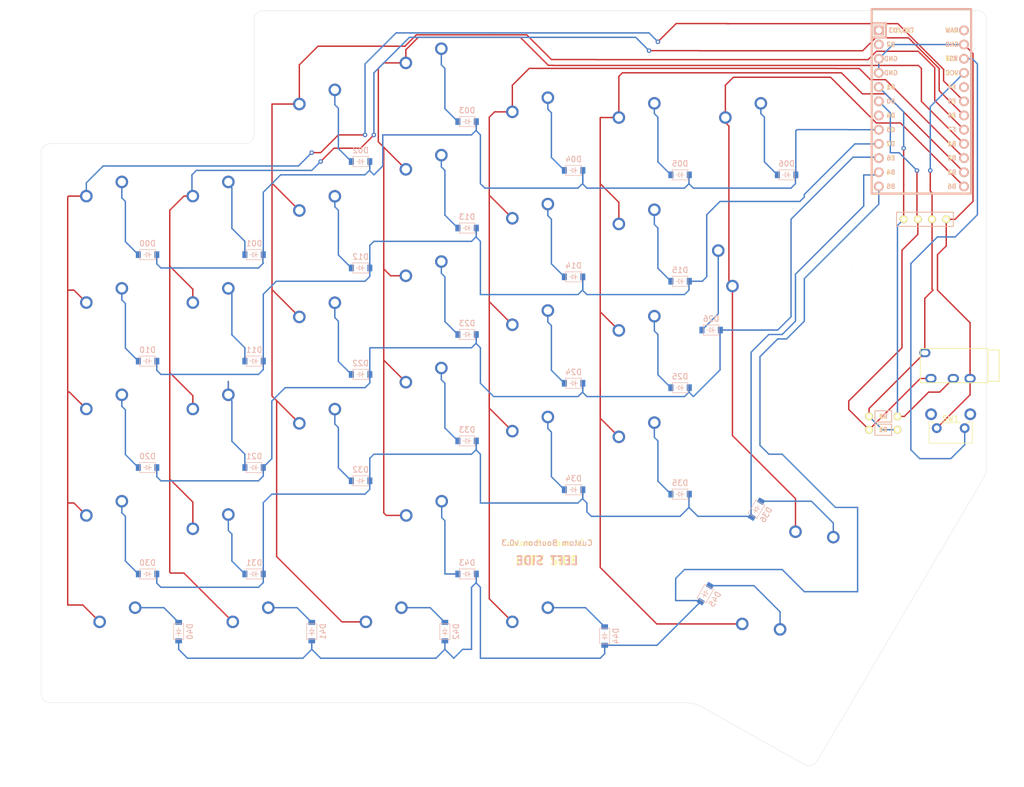
<source format=kicad_pcb>
(kicad_pcb (version 20171130) (host pcbnew 5.1.10)
  (layers (0 F.Cu signal) (31 B.Cu signal) (34 B.Paste user) (35 F.Paste user) (36 B.SilkS user) (37 F.SilkS user) (38 B.Mask user) (39 F.Mask user) (44 Edge.Cuts user))
  (net 0 "")
  (net 1 "Net-(D00-Pad2)")
  (net 2 row0)
  (net 3 "Net-(D01-Pad2)")
  (net 4 "Net-(D02-Pad2)")
  (net 5 "Net-(D03-Pad2)")
  (net 6 "Net-(D04-Pad2)")
  (net 7 "Net-(D05-Pad2)")
  (net 8 "Net-(D06-Pad2)")
  (net 9 "Net-(D10-Pad2)")
  (net 10 row1)
  (net 11 "Net-(D11-Pad2)")
  (net 12 "Net-(D12-Pad2)")
  (net 13 "Net-(D13-Pad2)")
  (net 14 "Net-(D14-Pad2)")
  (net 15 "Net-(D15-Pad2)")
  (net 16 "Net-(D20-Pad2)")
  (net 17 row2)
  (net 18 "Net-(D21-Pad2)")
  (net 19 "Net-(D22-Pad2)")
  (net 20 "Net-(D23-Pad2)")
  (net 21 "Net-(D24-Pad2)")
  (net 22 "Net-(D25-Pad2)")
  (net 23 "Net-(D26-Pad2)")
  (net 24 "Net-(D30-Pad2)")
  (net 25 row3)
  (net 26 "Net-(D31-Pad2)")
  (net 27 "Net-(D32-Pad2)")
  (net 28 "Net-(D33-Pad2)")
  (net 29 "Net-(D34-Pad2)")
  (net 30 "Net-(D35-Pad2)")
  (net 31 "Net-(D36-Pad2)")
  (net 32 "Net-(D40-Pad2)")
  (net 33 row4)
  (net 34 "Net-(D41-Pad2)")
  (net 35 "Net-(D42-Pad2)")
  (net 36 "Net-(D43-Pad2)")
  (net 37 "Net-(D44-Pad2)")
  (net 38 "Net-(D45-Pad2)")
  (net 39 col0)
  (net 40 col1)
  (net 41 col2)
  (net 42 col3)
  (net 43 col4)
  (net 44 col5)
  (net 45 col6)
  (net 46 VCC)
  (net 47 SDA)
  (net 48 SCL)
  (net 49 GND)
  (net 50 RESET)
  (net 51 "Net-(U1-Pad24)")
  (net 52 "Net-(U1-Pad20)")
  (net 53 "Net-(U1-Pad7)")
  (net 54 DATA)
  (net 55 "Net-(U1-Pad1)")
  (module Lily58-footprint:HOLE_M2 (layer F.Cu) (at -19.56 50.8)
    (fp_text reference H2 hide)
    (fp_text value Hole hide)
    (pad "" np_thru_hole circle (at 0 0) (size 2.2 2.2) (drill 2.2) (layers *.Cu *.Mask F.SilkS) (clearance 0.8))
  )
  (module Lily58-footprint:HOLE_M2 (layer F.Cu) (at 2.38125 50.8)
    (fp_text reference H1 hide)
    (fp_text value Hole hide)
    (pad "" np_thru_hole circle (at 0 0) (size 2.2 2.2) (drill 2.2) (layers *.Cu *.Mask F.SilkS) (clearance 0.8))
  )
  (module Keebio-Parts:SW_Tactile_SPST_Angled_MJTP1117 (layer F.Cu) (at 1.69 79.47 180)
    (fp_text reference SW1 (at 2.5 1.68) (layer F.SilkS))
    (fp_text value SW_Push)
    (pad "" np_thru_hole circle (at 2.5 -1.21 180) (size 1.2 1.2) (drill 1.2) (layers *.Cu *.Mask))
    (pad "" thru_hole circle (at -1 2.49 180) (size 2.1 2.1) (drill 1.3) (layers *.Cu *.Mask))
    (pad 1 thru_hole circle (at 0 0 180) (size 1.75 1.75) (drill 0.99) (layers *.Cu *.Mask) (net 50 RESET))
    (pad 2 thru_hole circle (at 5 0 180) (size 1.75 1.75) (drill 0.99) (layers *.Cu *.Mask) (net 49 GND))
    (pad "" thru_hole circle (at 6.01 2.49 180) (size 2.1 2.1) (drill 1.3) (layers *.Cu *.Mask))
  )
  (module Keebio-Parts:TRRS-PJ-320A (layer F.Cu) (at 5.855 68.2825 270)
    (fp_text reference J1)
    (fp_text value Audio-Jack-4)
    (pad 3 thru_hole oval (at 2.3 6.2 270) (size 1.6 2) (drill oval 0.9 1.3) (layers *.Cu *.Mask) (net 47 SDA))
    (pad "" np_thru_hole circle (at 0 1.6 270) (size 0.8 0.8) (drill 0.8) (layers *.Cu *.Mask))
    (pad "" np_thru_hole circle (at 0 8.6 270) (size 0.8 0.8) (drill 0.8) (layers *.Cu *.Mask))
    (pad 4 thru_hole oval (at 2.3 3.2 270) (size 1.6 2) (drill oval 0.9 1.3) (layers *.Cu *.Mask) (net 49 GND))
    (pad 2 thru_hole oval (at 2.3 10.2 270) (size 1.6 2) (drill oval 0.9 1.3) (layers *.Cu *.Mask) (net 48 SCL))
    (pad 1 thru_hole oval (at -2.3 11.3 270) (size 1.6 2) (drill oval 0.9 1.3) (layers *.Cu *.Mask) (net 46 VCC))
  )
  (module kbd:D_SOD-123 (layer B.Cu) (at -44.704 109.093 60)
    (fp_text reference D45 (at 0 2 60) (layer B.SilkS) (effects (justify mirror)))
    (fp_text value D_Small)
    (pad 2 smd rect (at 1.65 0 60) (size 0.9 1.2) (layers B.Cu B.Paste B.Mask) (net 38 "Net-(D45-Pad2)"))
    (pad 1 smd rect (at -1.65 0 60) (size 0.9 1.2) (layers B.Cu B.Paste B.Mask) (net 33 row4))
  )
  (module kbd:D_SOD-123 (layer B.Cu) (at -62.70625 116.68125 90)
    (fp_text reference D44 (at 0 2 90) (layer B.SilkS) (effects (justify mirror)))
    (fp_text value D_Small)
    (pad 2 smd rect (at 1.65 0 90) (size 0.9 1.2) (layers B.Cu B.Paste B.Mask) (net 37 "Net-(D44-Pad2)"))
    (pad 1 smd rect (at -1.65 0 90) (size 0.9 1.2) (layers B.Cu B.Paste B.Mask) (net 33 row4))
  )
  (module kbd:D_SOD-123 (layer B.Cu) (at -87.3125 105.56875 180)
    (fp_text reference D43 (at 0 2) (layer B.SilkS) (effects (justify mirror)))
    (fp_text value D_Small)
    (pad 2 smd rect (at 1.65 0 180) (size 0.9 1.2) (layers B.Cu B.Paste B.Mask) (net 36 "Net-(D43-Pad2)"))
    (pad 1 smd rect (at -1.65 0 180) (size 0.9 1.2) (layers B.Cu B.Paste B.Mask) (net 33 row4))
  )
  (module kbd:D_SOD-123 (layer B.Cu) (at -91.28125 115.8875 90)
    (fp_text reference D42 (at 0 2 90) (layer B.SilkS) (effects (justify mirror)))
    (fp_text value D_Small)
    (pad 2 smd rect (at 1.65 0 90) (size 0.9 1.2) (layers B.Cu B.Paste B.Mask) (net 35 "Net-(D42-Pad2)"))
    (pad 1 smd rect (at -1.65 0 90) (size 0.9 1.2) (layers B.Cu B.Paste B.Mask) (net 33 row4))
  )
  (module kbd:D_SOD-123 (layer B.Cu) (at -115.09375 115.8875 90)
    (fp_text reference D41 (at 0 2 90) (layer B.SilkS) (effects (justify mirror)))
    (fp_text value D_Small)
    (pad 2 smd rect (at 1.65 0 90) (size 0.9 1.2) (layers B.Cu B.Paste B.Mask) (net 34 "Net-(D41-Pad2)"))
    (pad 1 smd rect (at -1.65 0 90) (size 0.9 1.2) (layers B.Cu B.Paste B.Mask) (net 33 row4))
  )
  (module kbd:D_SOD-123 (layer B.Cu) (at -138.90625 115.8875 90)
    (fp_text reference D40 (at 0 2 90) (layer B.SilkS) (effects (justify mirror)))
    (fp_text value D_Small)
    (pad 2 smd rect (at 1.65 0 90) (size 0.9 1.2) (layers B.Cu B.Paste B.Mask) (net 32 "Net-(D40-Pad2)"))
    (pad 1 smd rect (at -1.65 0 90) (size 0.9 1.2) (layers B.Cu B.Paste B.Mask) (net 33 row4))
  )
  (module kbd:D_SOD-123 (layer B.Cu) (at -35.56 93.98 60)
    (fp_text reference D36 (at 0 2 60) (layer B.SilkS) (effects (justify mirror)))
    (fp_text value D_Small)
    (pad 2 smd rect (at 1.65 0 60) (size 0.9 1.2) (layers B.Cu B.Paste B.Mask) (net 31 "Net-(D36-Pad2)"))
    (pad 1 smd rect (at -1.65 0 60) (size 0.9 1.2) (layers B.Cu B.Paste B.Mask) (net 25 row3))
  )
  (module kbd:D_SOD-123 (layer B.Cu) (at -49.2125 91.28125 180)
    (fp_text reference D35 (at 0 2) (layer B.SilkS) (effects (justify mirror)))
    (fp_text value D_Small)
    (pad 2 smd rect (at 1.65 0 180) (size 0.9 1.2) (layers B.Cu B.Paste B.Mask) (net 30 "Net-(D35-Pad2)"))
    (pad 1 smd rect (at -1.65 0 180) (size 0.9 1.2) (layers B.Cu B.Paste B.Mask) (net 25 row3))
  )
  (module kbd:D_SOD-123 (layer B.Cu) (at -68.2625 90.4875 180)
    (fp_text reference D34 (at 0 2) (layer B.SilkS) (effects (justify mirror)))
    (fp_text value D_Small)
    (pad 2 smd rect (at 1.65 0 180) (size 0.9 1.2) (layers B.Cu B.Paste B.Mask) (net 29 "Net-(D34-Pad2)"))
    (pad 1 smd rect (at -1.65 0 180) (size 0.9 1.2) (layers B.Cu B.Paste B.Mask) (net 25 row3))
  )
  (module kbd:D_SOD-123 (layer B.Cu) (at -87.3125 81.75625 180)
    (fp_text reference D33 (at 0 2) (layer B.SilkS) (effects (justify mirror)))
    (fp_text value D_Small)
    (pad 2 smd rect (at 1.65 0 180) (size 0.9 1.2) (layers B.Cu B.Paste B.Mask) (net 28 "Net-(D33-Pad2)"))
    (pad 1 smd rect (at -1.65 0 180) (size 0.9 1.2) (layers B.Cu B.Paste B.Mask) (net 25 row3))
  )
  (module kbd:D_SOD-123 (layer B.Cu) (at -106.3625 88.9 180)
    (fp_text reference D32 (at 0 2) (layer B.SilkS) (effects (justify mirror)))
    (fp_text value D_Small)
    (pad 2 smd rect (at 1.65 0 180) (size 0.9 1.2) (layers B.Cu B.Paste B.Mask) (net 27 "Net-(D32-Pad2)"))
    (pad 1 smd rect (at -1.65 0 180) (size 0.9 1.2) (layers B.Cu B.Paste B.Mask) (net 25 row3))
  )
  (module kbd:D_SOD-123 (layer B.Cu) (at -125.4125 105.56875 180)
    (fp_text reference D31 (at 0 2) (layer B.SilkS) (effects (justify mirror)))
    (fp_text value D_Small)
    (pad 2 smd rect (at 1.65 0 180) (size 0.9 1.2) (layers B.Cu B.Paste B.Mask) (net 26 "Net-(D31-Pad2)"))
    (pad 1 smd rect (at -1.65 0 180) (size 0.9 1.2) (layers B.Cu B.Paste B.Mask) (net 25 row3))
  )
  (module kbd:D_SOD-123 (layer B.Cu) (at -144.4625 105.56875 180)
    (fp_text reference D30 (at 0 2) (layer B.SilkS) (effects (justify mirror)))
    (fp_text value D_Small)
    (pad 2 smd rect (at 1.65 0 180) (size 0.9 1.2) (layers B.Cu B.Paste B.Mask) (net 24 "Net-(D30-Pad2)"))
    (pad 1 smd rect (at -1.65 0 180) (size 0.9 1.2) (layers B.Cu B.Paste B.Mask) (net 25 row3))
  )
  (module kbd:D_SOD-123 (layer B.Cu) (at -43.65625 61.9125 180)
    (fp_text reference D26 (at 0 2) (layer B.SilkS) (effects (justify mirror)))
    (fp_text value D_Small)
    (pad 2 smd rect (at 1.65 0 180) (size 0.9 1.2) (layers B.Cu B.Paste B.Mask) (net 23 "Net-(D26-Pad2)"))
    (pad 1 smd rect (at -1.65 0 180) (size 0.9 1.2) (layers B.Cu B.Paste B.Mask) (net 17 row2))
  )
  (module kbd:D_SOD-123 (layer B.Cu) (at -49.2125 72.23125 180)
    (fp_text reference D25 (at 0 2) (layer B.SilkS) (effects (justify mirror)))
    (fp_text value D_Small)
    (pad 2 smd rect (at 1.65 0 180) (size 0.9 1.2) (layers B.Cu B.Paste B.Mask) (net 22 "Net-(D25-Pad2)"))
    (pad 1 smd rect (at -1.65 0 180) (size 0.9 1.2) (layers B.Cu B.Paste B.Mask) (net 17 row2))
  )
  (module kbd:D_SOD-123 (layer B.Cu) (at -68.2625 71.4375 180)
    (fp_text reference D24 (at 0 2) (layer B.SilkS) (effects (justify mirror)))
    (fp_text value D_Small)
    (pad 2 smd rect (at 1.65 0 180) (size 0.9 1.2) (layers B.Cu B.Paste B.Mask) (net 21 "Net-(D24-Pad2)"))
    (pad 1 smd rect (at -1.65 0 180) (size 0.9 1.2) (layers B.Cu B.Paste B.Mask) (net 17 row2))
  )
  (module kbd:D_SOD-123 (layer B.Cu) (at -87.3125 62.70625 180)
    (fp_text reference D23 (at 0 2) (layer B.SilkS) (effects (justify mirror)))
    (fp_text value D_Small)
    (pad 2 smd rect (at 1.65 0 180) (size 0.9 1.2) (layers B.Cu B.Paste B.Mask) (net 20 "Net-(D23-Pad2)"))
    (pad 1 smd rect (at -1.65 0 180) (size 0.9 1.2) (layers B.Cu B.Paste B.Mask) (net 17 row2))
  )
  (module kbd:D_SOD-123 (layer B.Cu) (at -106.3625 69.85 180)
    (fp_text reference D22 (at 0 2) (layer B.SilkS) (effects (justify mirror)))
    (fp_text value D_Small)
    (pad 2 smd rect (at 1.65 0 180) (size 0.9 1.2) (layers B.Cu B.Paste B.Mask) (net 19 "Net-(D22-Pad2)"))
    (pad 1 smd rect (at -1.65 0 180) (size 0.9 1.2) (layers B.Cu B.Paste B.Mask) (net 17 row2))
  )
  (module kbd:D_SOD-123 (layer B.Cu) (at -125.4125 86.51875 180)
    (fp_text reference D21 (at 0 2) (layer B.SilkS) (effects (justify mirror)))
    (fp_text value D_Small)
    (pad 2 smd rect (at 1.65 0 180) (size 0.9 1.2) (layers B.Cu B.Paste B.Mask) (net 18 "Net-(D21-Pad2)"))
    (pad 1 smd rect (at -1.65 0 180) (size 0.9 1.2) (layers B.Cu B.Paste B.Mask) (net 17 row2))
  )
  (module kbd:D_SOD-123 (layer B.Cu) (at -144.4625 86.51875 180)
    (fp_text reference D20 (at 0 2) (layer B.SilkS) (effects (justify mirror)))
    (fp_text value D_Small)
    (pad 2 smd rect (at 1.65 0 180) (size 0.9 1.2) (layers B.Cu B.Paste B.Mask) (net 16 "Net-(D20-Pad2)"))
    (pad 1 smd rect (at -1.65 0 180) (size 0.9 1.2) (layers B.Cu B.Paste B.Mask) (net 17 row2))
  )
  (module kbd:D_SOD-123 (layer B.Cu) (at -49.2125 53.18125 180)
    (fp_text reference D15 (at 0 2) (layer B.SilkS) (effects (justify mirror)))
    (fp_text value D_Small)
    (pad 2 smd rect (at 1.65 0 180) (size 0.9 1.2) (layers B.Cu B.Paste B.Mask) (net 15 "Net-(D15-Pad2)"))
    (pad 1 smd rect (at -1.65 0 180) (size 0.9 1.2) (layers B.Cu B.Paste B.Mask) (net 10 row1))
  )
  (module kbd:D_SOD-123 (layer B.Cu) (at -68.2625 52.3875 180)
    (fp_text reference D14 (at 0 2) (layer B.SilkS) (effects (justify mirror)))
    (fp_text value D_Small)
    (pad 2 smd rect (at 1.65 0 180) (size 0.9 1.2) (layers B.Cu B.Paste B.Mask) (net 14 "Net-(D14-Pad2)"))
    (pad 1 smd rect (at -1.65 0 180) (size 0.9 1.2) (layers B.Cu B.Paste B.Mask) (net 10 row1))
  )
  (module kbd:D_SOD-123 (layer B.Cu) (at -87.3125 43.65625 180)
    (fp_text reference D13 (at 0 2) (layer B.SilkS) (effects (justify mirror)))
    (fp_text value D_Small)
    (pad 2 smd rect (at 1.65 0 180) (size 0.9 1.2) (layers B.Cu B.Paste B.Mask) (net 13 "Net-(D13-Pad2)"))
    (pad 1 smd rect (at -1.65 0 180) (size 0.9 1.2) (layers B.Cu B.Paste B.Mask) (net 10 row1))
  )
  (module kbd:D_SOD-123 (layer B.Cu) (at -106.3625 50.8 180)
    (fp_text reference D12 (at 0 2) (layer B.SilkS) (effects (justify mirror)))
    (fp_text value D_Small)
    (pad 2 smd rect (at 1.65 0 180) (size 0.9 1.2) (layers B.Cu B.Paste B.Mask) (net 12 "Net-(D12-Pad2)"))
    (pad 1 smd rect (at -1.65 0 180) (size 0.9 1.2) (layers B.Cu B.Paste B.Mask) (net 10 row1))
  )
  (module kbd:D_SOD-123 (layer B.Cu) (at -125.4125 67.46875 180)
    (fp_text reference D11 (at 0 2) (layer B.SilkS) (effects (justify mirror)))
    (fp_text value D_Small)
    (pad 2 smd rect (at 1.65 0 180) (size 0.9 1.2) (layers B.Cu B.Paste B.Mask) (net 11 "Net-(D11-Pad2)"))
    (pad 1 smd rect (at -1.65 0 180) (size 0.9 1.2) (layers B.Cu B.Paste B.Mask) (net 10 row1))
  )
  (module kbd:D_SOD-123 (layer B.Cu) (at -144.4625 67.46875 180)
    (fp_text reference D10 (at 0 2) (layer B.SilkS) (effects (justify mirror)))
    (fp_text value D_Small)
    (pad 2 smd rect (at 1.65 0 180) (size 0.9 1.2) (layers B.Cu B.Paste B.Mask) (net 9 "Net-(D10-Pad2)"))
    (pad 1 smd rect (at -1.65 0 180) (size 0.9 1.2) (layers B.Cu B.Paste B.Mask) (net 10 row1))
  )
  (module kbd:D_SOD-123 (layer B.Cu) (at -30.1625 34.13125 180)
    (fp_text reference D06 (at 0 2) (layer B.SilkS) (effects (justify mirror)))
    (fp_text value D_Small)
    (pad 2 smd rect (at 1.65 0 180) (size 0.9 1.2) (layers B.Cu B.Paste B.Mask) (net 8 "Net-(D06-Pad2)"))
    (pad 1 smd rect (at -1.65 0 180) (size 0.9 1.2) (layers B.Cu B.Paste B.Mask) (net 2 row0))
  )
  (module kbd:D_SOD-123 (layer B.Cu) (at -49.2125 34.13125 180)
    (fp_text reference D05 (at 0 2) (layer B.SilkS) (effects (justify mirror)))
    (fp_text value D_Small)
    (pad 2 smd rect (at 1.65 0 180) (size 0.9 1.2) (layers B.Cu B.Paste B.Mask) (net 7 "Net-(D05-Pad2)"))
    (pad 1 smd rect (at -1.65 0 180) (size 0.9 1.2) (layers B.Cu B.Paste B.Mask) (net 2 row0))
  )
  (module kbd:D_SOD-123 (layer B.Cu) (at -68.2625 33.3375 180)
    (fp_text reference D04 (at 0 2) (layer B.SilkS) (effects (justify mirror)))
    (fp_text value D_Small)
    (pad 2 smd rect (at 1.65 0 180) (size 0.9 1.2) (layers B.Cu B.Paste B.Mask) (net 6 "Net-(D04-Pad2)"))
    (pad 1 smd rect (at -1.65 0 180) (size 0.9 1.2) (layers B.Cu B.Paste B.Mask) (net 2 row0))
  )
  (module kbd:D_SOD-123 (layer B.Cu) (at -87.3125 24.60625 180)
    (fp_text reference D03 (at 0 2) (layer B.SilkS) (effects (justify mirror)))
    (fp_text value D_Small)
    (pad 2 smd rect (at 1.65 0 180) (size 0.9 1.2) (layers B.Cu B.Paste B.Mask) (net 5 "Net-(D03-Pad2)"))
    (pad 1 smd rect (at -1.65 0 180) (size 0.9 1.2) (layers B.Cu B.Paste B.Mask) (net 2 row0))
  )
  (module kbd:D_SOD-123 (layer B.Cu) (at -106.3625 31.75 180)
    (fp_text reference D02 (at 0 2) (layer B.SilkS) (effects (justify mirror)))
    (fp_text value D_Small)
    (pad 2 smd rect (at 1.65 0 180) (size 0.9 1.2) (layers B.Cu B.Paste B.Mask) (net 4 "Net-(D02-Pad2)"))
    (pad 1 smd rect (at -1.65 0 180) (size 0.9 1.2) (layers B.Cu B.Paste B.Mask) (net 2 row0))
  )
  (module kbd:D_SOD-123 (layer B.Cu) (at -125.4125 48.41875 180)
    (fp_text reference D01 (at 0 2) (layer B.SilkS) (effects (justify mirror)))
    (fp_text value D_Small)
    (pad 2 smd rect (at 1.65 0 180) (size 0.9 1.2) (layers B.Cu B.Paste B.Mask) (net 3 "Net-(D01-Pad2)"))
    (pad 1 smd rect (at -1.65 0 180) (size 0.9 1.2) (layers B.Cu B.Paste B.Mask) (net 2 row0))
  )
  (module kbd:D_SOD-123 (layer B.Cu) (at -144.4625 48.41875 180)
    (fp_text reference D00 (at 0 2) (layer B.SilkS) (effects (justify mirror)))
    (fp_text value D_Small)
    (pad 2 smd rect (at 1.65 0 180) (size 0.9 1.2) (layers B.Cu B.Paste B.Mask) (net 1 "Net-(D00-Pad2)"))
    (pad 1 smd rect (at -1.65 0 180) (size 0.9 1.2) (layers B.Cu B.Paste B.Mask) (net 2 row0))
  )
  (module MX_Only:MXOnly-1.25U-NoLED (layer F.Cu) (at -125.4125 116.68125)
    (fp_text reference MX41)
    (fp_text value MX-NoLED)
    (pad 2 thru_hole circle (at 2.54 -5.08) (size 2.25 2.25) (drill 1.47) (layers *.Cu B.Mask) (net 34 "Net-(D41-Pad2)"))
    (pad "" np_thru_hole circle (at 0 0) (size 3.9878 3.9878) (drill 3.9878) (layers *.Cu *.Mask))
    (pad 1 thru_hole circle (at -3.81 -2.54) (size 2.25 2.25) (drill 1.47) (layers *.Cu B.Mask) (net 40 col1))
    (pad "" np_thru_hole circle (at -5.08 0 48.0996) (size 1.75 1.75) (drill 1.75) (layers *.Cu *.Mask))
    (pad "" np_thru_hole circle (at 5.08 0 48.0996) (size 1.75 1.75) (drill 1.75) (layers *.Cu *.Mask))
  )
  (module MX_Only:MXOnly-1U-NoLED (layer F.Cu) (at -113.50625 24.003)
    (fp_text reference MX02)
    (fp_text value MX-NoLED)
    (pad 2 thru_hole circle (at 2.54 -5.08) (size 2.25 2.25) (drill 1.47) (layers *.Cu B.Mask) (net 4 "Net-(D02-Pad2)"))
    (pad "" np_thru_hole circle (at 0 0) (size 3.9878 3.9878) (drill 3.9878) (layers *.Cu *.Mask))
    (pad 1 thru_hole circle (at -3.81 -2.54) (size 2.25 2.25) (drill 1.47) (layers *.Cu B.Mask) (net 41 col2))
    (pad "" np_thru_hole circle (at -5.08 0 48.0996) (size 1.75 1.75) (drill 1.75) (layers *.Cu *.Mask))
    (pad "" np_thru_hole circle (at 5.08 0 48.0996) (size 1.75 1.75) (drill 1.75) (layers *.Cu *.Mask))
  )
  (module MX_Only:MXOnly-1.5U-NoLED (layer F.Cu) (at -37.30625 50.2285 90)
    (fp_text reference MX26)
    (fp_text value MX-NoLED)
    (pad 2 thru_hole circle (at 2.54 -5.08 90) (size 2.25 2.25) (drill 1.47) (layers *.Cu B.Mask) (net 23 "Net-(D26-Pad2)"))
    (pad "" np_thru_hole circle (at 0 0 90) (size 3.9878 3.9878) (drill 3.9878) (layers *.Cu *.Mask))
    (pad 1 thru_hole circle (at -3.81 -2.54 90) (size 2.25 2.25) (drill 1.47) (layers *.Cu B.Mask) (net 45 col6))
    (pad "" np_thru_hole circle (at -5.08 0 138.0996) (size 1.75 1.75) (drill 1.75) (layers *.Cu *.Mask))
    (pad "" np_thru_hole circle (at 5.08 0 138.0996) (size 1.75 1.75) (drill 1.75) (layers *.Cu *.Mask))
  )
  (module MX_Only:MXOnly-1U-NoLED (layer F.Cu) (at -56.35625 45.466)
    (fp_text reference MX15)
    (fp_text value MX-NoLED)
    (pad 2 thru_hole circle (at 2.54 -5.08) (size 2.25 2.25) (drill 1.47) (layers *.Cu B.Mask) (net 15 "Net-(D15-Pad2)"))
    (pad "" np_thru_hole circle (at 0 0) (size 3.9878 3.9878) (drill 3.9878) (layers *.Cu *.Mask))
    (pad 1 thru_hole circle (at -3.81 -2.54) (size 2.25 2.25) (drill 1.47) (layers *.Cu B.Mask) (net 44 col5))
    (pad "" np_thru_hole circle (at -5.08 0 48.0996) (size 1.75 1.75) (drill 1.75) (layers *.Cu *.Mask))
    (pad "" np_thru_hole circle (at 5.08 0 48.0996) (size 1.75 1.75) (drill 1.75) (layers *.Cu *.Mask))
  )
  (module MX_Only:MXOnly-1U-NoLED (layer F.Cu) (at -113.50625 43.053)
    (fp_text reference MX12)
    (fp_text value MX-NoLED)
    (pad 2 thru_hole circle (at 2.54 -5.08) (size 2.25 2.25) (drill 1.47) (layers *.Cu B.Mask) (net 12 "Net-(D12-Pad2)"))
    (pad "" np_thru_hole circle (at 0 0) (size 3.9878 3.9878) (drill 3.9878) (layers *.Cu *.Mask))
    (pad 1 thru_hole circle (at -3.81 -2.54) (size 2.25 2.25) (drill 1.47) (layers *.Cu B.Mask) (net 41 col2))
    (pad "" np_thru_hole circle (at -5.08 0 48.0996) (size 1.75 1.75) (drill 1.75) (layers *.Cu *.Mask))
    (pad "" np_thru_hole circle (at 5.08 0 48.0996) (size 1.75 1.75) (drill 1.75) (layers *.Cu *.Mask))
  )
  (module MX_Only:MXOnly-1U-NoLED (layer F.Cu) (at -56.35625 26.416)
    (fp_text reference MX05)
    (fp_text value MX-NoLED)
    (pad 2 thru_hole circle (at 2.54 -5.08) (size 2.25 2.25) (drill 1.47) (layers *.Cu B.Mask) (net 7 "Net-(D05-Pad2)"))
    (pad "" np_thru_hole circle (at 0 0) (size 3.9878 3.9878) (drill 3.9878) (layers *.Cu *.Mask))
    (pad 1 thru_hole circle (at -3.81 -2.54) (size 2.25 2.25) (drill 1.47) (layers *.Cu B.Mask) (net 44 col5))
    (pad "" np_thru_hole circle (at -5.08 0 48.0996) (size 1.75 1.75) (drill 1.75) (layers *.Cu *.Mask))
    (pad "" np_thru_hole circle (at 5.08 0 48.0996) (size 1.75 1.75) (drill 1.75) (layers *.Cu *.Mask))
  )
  (module Lily58-footprint:RESISTOR_mini (layer F.Cu) (at -12.87375 77.37 180)
    (fp_text reference R2 (at 0 0) (layer F.SilkS) (effects (font (size 0.8 0.8))))
    (fp_text value 4.7k hide)
    (fp_text user R1 (at 0 0) (layer B.SilkS) (effects (font (size 0.8 0.8)) (justify mirror)))
    (pad 2 thru_hole circle (at 2.54 0 180) (size 1.397 1.397) (drill 0.8128) (layers *.Cu *.Mask F.SilkS) (net 46 VCC))
    (pad 1 thru_hole circle (at -2.54 0 180) (size 1.397 1.397) (drill 0.8128) (layers *.Cu *.Mask F.SilkS) (net 47 SDA))
  )
  (module Lily58-footprint:RESISTOR_mini (layer F.Cu) (at -12.87375 79.75125)
    (fp_text reference R1 (at 0 0) (layer F.SilkS) (effects (font (size 0.8 0.8))))
    (fp_text value 4.7k hide)
    (fp_text user R1 (at 0 0) (layer B.SilkS) (effects (font (size 0.8 0.8)) (justify mirror)))
    (pad 2 thru_hole circle (at 2.54 0) (size 1.397 1.397) (drill 0.8128) (layers *.Cu *.Mask F.SilkS) (net 46 VCC))
    (pad 1 thru_hole circle (at -2.54 0) (size 1.397 1.397) (drill 0.8128) (layers *.Cu *.Mask F.SilkS) (net 48 SCL))
  )
  (module Lily58-footprint:OLED_4Pin (layer F.Cu) (at -9.22625 42.08875)
    (fp_text reference OL1 hide)
    (fp_text value OLED hide)
    (pad 4 thru_hole circle (at 7.62 0) (size 1.397 1.397) (drill 0.8128) (layers *.Cu *.Mask F.SilkS) (net 49 GND))
    (pad 3 thru_hole circle (at 5.08 0) (size 1.397 1.397) (drill 0.8128) (layers *.Cu *.Mask F.SilkS) (net 46 VCC))
    (pad 2 thru_hole circle (at 2.54 0) (size 1.397 1.397) (drill 0.8128) (layers *.Cu *.Mask F.SilkS) (net 48 SCL))
    (pad 1 thru_hole circle (at 0 0) (size 1.397 1.397) (drill 0.8128) (layers *.Cu *.Mask F.SilkS) (net 47 SDA))
  )
  (module Keebio-Parts:ArduinoProMicro (layer F.Cu) (at -6.05125 22.245 270)
    (fp_text reference U1 hide)
    (fp_text value ProMicro hide)
    (fp_text user D2 (at -11.43 5.461) (layer B.SilkS) (effects (font (size 0.8 0.8)) (justify mirror)))
    (fp_text user D0 (at -1.27 5.461) (layer B.SilkS) (effects (font (size 0.8 0.8)) (justify mirror)))
    (fp_text user D1 (at -3.81 5.461) (layer B.SilkS) (effects (font (size 0.8 0.8)) (justify mirror)))
    (fp_text user GND (at -6.35 5.461) (layer B.SilkS) (effects (font (size 0.8 0.8)) (justify mirror)))
    (fp_text user GND (at -8.89 5.461) (layer B.SilkS) (effects (font (size 0.8 0.8)) (justify mirror)))
    (fp_text user D4 (at 1.27 5.461) (layer B.SilkS) (effects (font (size 0.8 0.8)) (justify mirror)))
    (fp_text user C6 (at 3.81 5.461) (layer B.SilkS) (effects (font (size 0.8 0.8)) (justify mirror)))
    (fp_text user D7 (at 6.35 5.461) (layer B.SilkS) (effects (font (size 0.8 0.8)) (justify mirror)))
    (fp_text user E6 (at 8.89 5.461) (layer B.SilkS) (effects (font (size 0.8 0.8)) (justify mirror)))
    (fp_text user B4 (at 11.43 5.461) (layer B.SilkS) (effects (font (size 0.8 0.8)) (justify mirror)))
    (fp_text user B5 (at 13.97 5.461) (layer B.SilkS) (effects (font (size 0.8 0.8)) (justify mirror)))
    (fp_text user B6 (at 13.97 -5.461) (layer B.SilkS) (effects (font (size 0.8 0.8)) (justify mirror)))
    (fp_text user B2 (at 11.43 -5.461) (layer F.SilkS) (effects (font (size 0.8 0.8))))
    (fp_text user B3 (at 8.89 -5.461) (layer B.SilkS) (effects (font (size 0.8 0.8)) (justify mirror)))
    (fp_text user B1 (at 6.35 -5.461) (layer B.SilkS) (effects (font (size 0.8 0.8)) (justify mirror)))
    (fp_text user F7 (at 3.81 -5.461) (layer F.SilkS) (effects (font (size 0.8 0.8))))
    (fp_text user F6 (at 1.27 -5.461) (layer F.SilkS) (effects (font (size 0.8 0.8))))
    (fp_text user F5 (at -1.27 -5.461) (layer F.SilkS) (effects (font (size 0.8 0.8))))
    (fp_text user F4 (at -3.81 -5.461) (layer B.SilkS) (effects (font (size 0.8 0.8)) (justify mirror)))
    (fp_text user VCC (at -6.35 -5.461) (layer B.SilkS) (effects (font (size 0.8 0.8)) (justify mirror)))
    (fp_text user GND (at -11.43 -5.461) (layer B.SilkS) (effects (font (size 0.8 0.8)) (justify mirror)))
    (fp_text user RAW (at -13.97 -5.461) (layer B.SilkS) (effects (font (size 0.8 0.8)) (justify mirror)))
    (fp_text user RAW (at -13.97 -5.461) (layer F.SilkS) (effects (font (size 0.8 0.8))))
    (fp_text user GND (at -11.43 -5.461) (layer F.SilkS) (effects (font (size 0.8 0.8))))
    (fp_text user ST (at -8.92 -5.73312) (layer F.SilkS) (effects (font (size 0.8 0.8))))
    (fp_text user VCC (at -6.35 -5.461) (layer F.SilkS) (effects (font (size 0.8 0.8))))
    (fp_text user F4 (at -3.81 -5.461) (layer F.SilkS) (effects (font (size 0.8 0.8))))
    (fp_text user F5 (at -1.27 -5.461) (layer B.SilkS) (effects (font (size 0.8 0.8)) (justify mirror)))
    (fp_text user F6 (at 1.27 -5.461) (layer B.SilkS) (effects (font (size 0.8 0.8)) (justify mirror)))
    (fp_text user F7 (at 3.81 -5.461) (layer B.SilkS) (effects (font (size 0.8 0.8)) (justify mirror)))
    (fp_text user B1 (at 6.35 -5.461) (layer F.SilkS) (effects (font (size 0.8 0.8))))
    (fp_text user B3 (at 8.89 -5.461) (layer F.SilkS) (effects (font (size 0.8 0.8))))
    (fp_text user B2 (at 11.43 -5.461) (layer B.SilkS) (effects (font (size 0.8 0.8)) (justify mirror)))
    (fp_text user B6 (at 13.97 -5.461) (layer F.SilkS) (effects (font (size 0.8 0.8))))
    (fp_text user B5 (at 13.97 5.461) (layer F.SilkS) (effects (font (size 0.8 0.8))))
    (fp_text user B4 (at 11.43 5.461) (layer F.SilkS) (effects (font (size 0.8 0.8))))
    (fp_text user E6 (at 8.89 5.461) (layer F.SilkS) (effects (font (size 0.8 0.8))))
    (fp_text user D7 (at 6.35 5.461) (layer F.SilkS) (effects (font (size 0.8 0.8))))
    (fp_text user C6 (at 3.81 5.461) (layer F.SilkS) (effects (font (size 0.8 0.8))))
    (fp_text user D4 (at 1.27 5.461) (layer F.SilkS) (effects (font (size 0.8 0.8))))
    (fp_text user GND (at -8.89 5.461) (layer F.SilkS) (effects (font (size 0.8 0.8))))
    (fp_text user GND (at -6.35 5.461) (layer F.SilkS) (effects (font (size 0.8 0.8))))
    (fp_text user D1 (at -3.81 5.461) (layer F.SilkS) (effects (font (size 0.8 0.8))))
    (fp_text user D0 (at -1.27 5.461) (layer F.SilkS) (effects (font (size 0.8 0.8))))
    (fp_text user D2 (at -11.43 5.461) (layer F.SilkS) (effects (font (size 0.8 0.8))))
    (fp_text user TX0/D3 (at -13.97 3.571872) (layer B.SilkS) (effects (font (size 0.8 0.8)) (justify mirror)))
    (fp_text user TX0/D3 (at -13.97 3.571872) (layer F.SilkS) (effects (font (size 0.8 0.8))))
    (fp_text user ST (at -8.91 -5.04) (layer B.SilkS) (effects (font (size 0.8 0.8)) (justify mirror)))
    (pad 1 thru_hole rect (at -13.97 7.62 270) (size 1.7526 1.7526) (drill 1.0922) (layers *.Cu *.SilkS *.Mask) (net 55 "Net-(U1-Pad1)"))
    (pad 2 thru_hole circle (at -11.43 7.62 270) (size 1.7526 1.7526) (drill 1.0922) (layers *.Cu *.SilkS *.Mask) (net 54 DATA))
    (pad 3 thru_hole circle (at -8.89 7.62 270) (size 1.7526 1.7526) (drill 1.0922) (layers *.Cu *.SilkS *.Mask) (net 49 GND))
    (pad 4 thru_hole circle (at -6.35 7.62 270) (size 1.7526 1.7526) (drill 1.0922) (layers *.Cu *.SilkS *.Mask) (net 49 GND))
    (pad 5 thru_hole circle (at -3.81 7.62 270) (size 1.7526 1.7526) (drill 1.0922) (layers *.Cu *.SilkS *.Mask) (net 47 SDA))
    (pad 6 thru_hole circle (at -1.27 7.62 270) (size 1.7526 1.7526) (drill 1.0922) (layers *.Cu *.SilkS *.Mask) (net 48 SCL))
    (pad 7 thru_hole circle (at 1.27 7.62 270) (size 1.7526 1.7526) (drill 1.0922) (layers *.Cu *.SilkS *.Mask) (net 53 "Net-(U1-Pad7)"))
    (pad 8 thru_hole circle (at 3.81 7.62 270) (size 1.7526 1.7526) (drill 1.0922) (layers *.Cu *.SilkS *.Mask) (net 2 row0))
    (pad 9 thru_hole circle (at 6.35 7.62 270) (size 1.7526 1.7526) (drill 1.0922) (layers *.Cu *.SilkS *.Mask) (net 10 row1))
    (pad 10 thru_hole circle (at 8.89 7.62 270) (size 1.7526 1.7526) (drill 1.0922) (layers *.Cu *.SilkS *.Mask) (net 17 row2))
    (pad 11 thru_hole circle (at 11.43 7.62 270) (size 1.7526 1.7526) (drill 1.0922) (layers *.Cu *.SilkS *.Mask) (net 25 row3))
    (pad 13 thru_hole circle (at 13.97 -7.62 270) (size 1.7526 1.7526) (drill 1.0922) (layers *.Cu *.SilkS *.Mask) (net 45 col6))
    (pad 14 thru_hole circle (at 11.43 -7.62 270) (size 1.7526 1.7526) (drill 1.0922) (layers *.Cu *.SilkS *.Mask) (net 44 col5))
    (pad 15 thru_hole circle (at 8.89 -7.62 270) (size 1.7526 1.7526) (drill 1.0922) (layers *.Cu *.SilkS *.Mask) (net 43 col4))
    (pad 16 thru_hole circle (at 6.35 -7.62 270) (size 1.7526 1.7526) (drill 1.0922) (layers *.Cu *.SilkS *.Mask) (net 42 col3))
    (pad 17 thru_hole circle (at 3.81 -7.62 270) (size 1.7526 1.7526) (drill 1.0922) (layers *.Cu *.SilkS *.Mask) (net 41 col2))
    (pad 18 thru_hole circle (at 1.27 -7.62 270) (size 1.7526 1.7526) (drill 1.0922) (layers *.Cu *.SilkS *.Mask) (net 40 col1))
    (pad 19 thru_hole circle (at -1.27 -7.62 270) (size 1.7526 1.7526) (drill 1.0922) (layers *.Cu *.SilkS *.Mask) (net 39 col0))
    (pad 20 thru_hole circle (at -3.81 -7.62 270) (size 1.7526 1.7526) (drill 1.0922) (layers *.Cu *.SilkS *.Mask) (net 52 "Net-(U1-Pad20)"))
    (pad 21 thru_hole circle (at -6.35 -7.62 270) (size 1.7526 1.7526) (drill 1.0922) (layers *.Cu *.SilkS *.Mask) (net 46 VCC))
    (pad 22 thru_hole circle (at -8.89 -7.62 270) (size 1.7526 1.7526) (drill 1.0922) (layers *.Cu *.SilkS *.Mask) (net 50 RESET))
    (pad 23 thru_hole circle (at -11.43 -7.62 270) (size 1.7526 1.7526) (drill 1.0922) (layers *.Cu *.SilkS *.Mask) (net 49 GND))
    (pad 12 thru_hole circle (at 13.97 7.62 270) (size 1.7526 1.7526) (drill 1.0922) (layers *.Cu *.SilkS *.Mask) (net 33 row4))
    (pad 24 thru_hole circle (at -13.97 -7.62 270) (size 1.7526 1.7526) (drill 1.0922) (layers *.Cu *.SilkS *.Mask) (net 51 "Net-(U1-Pad24)"))
  )
  (module MX_Only:MXOnly-1.5U-NoLED (layer F.Cu) (at -36.068 118.618 330)
    (fp_text reference MX45)
    (fp_text value MX-NoLED)
    (pad 2 thru_hole circle (at 2.54 -5.08 330) (size 2.25 2.25) (drill 1.47) (layers *.Cu B.Mask) (net 38 "Net-(D45-Pad2)"))
    (pad "" np_thru_hole circle (at 0 0 330) (size 3.9878 3.9878) (drill 3.9878) (layers *.Cu *.Mask))
    (pad 1 thru_hole circle (at -3.81 -2.54 330) (size 2.25 2.25) (drill 1.47) (layers *.Cu B.Mask) (net 44 col5))
    (pad "" np_thru_hole circle (at -5.08 0 18.0996) (size 1.75 1.75) (drill 1.75) (layers *.Cu *.Mask))
    (pad "" np_thru_hole circle (at 5.08 0 18.0996) (size 1.75 1.75) (drill 1.75) (layers *.Cu *.Mask))
  )
  (module MX_Only:MXOnly-1.5U-NoLED (layer F.Cu) (at -75.40625 116.68125)
    (fp_text reference MX44)
    (fp_text value MX-NoLED)
    (pad 2 thru_hole circle (at 2.54 -5.08) (size 2.25 2.25) (drill 1.47) (layers *.Cu B.Mask) (net 37 "Net-(D44-Pad2)"))
    (pad "" np_thru_hole circle (at 0 0) (size 3.9878 3.9878) (drill 3.9878) (layers *.Cu *.Mask))
    (pad 1 thru_hole circle (at -3.81 -2.54) (size 2.25 2.25) (drill 1.47) (layers *.Cu B.Mask) (net 43 col4))
    (pad "" np_thru_hole circle (at -5.08 0 48.0996) (size 1.75 1.75) (drill 1.75) (layers *.Cu *.Mask))
    (pad "" np_thru_hole circle (at 5.08 0 48.0996) (size 1.75 1.75) (drill 1.75) (layers *.Cu *.Mask))
  )
  (module MX_Only:MXOnly-1U-NoLED (layer F.Cu) (at -94.39275 97.63125)
    (fp_text reference MX43)
    (fp_text value MX-NoLED)
    (pad 2 thru_hole circle (at 2.54 -5.08) (size 2.25 2.25) (drill 1.47) (layers *.Cu B.Mask) (net 36 "Net-(D43-Pad2)"))
    (pad "" np_thru_hole circle (at 0 0) (size 3.9878 3.9878) (drill 3.9878) (layers *.Cu *.Mask))
    (pad 1 thru_hole circle (at -3.81 -2.54) (size 2.25 2.25) (drill 1.47) (layers *.Cu B.Mask) (net 42 col3))
    (pad "" np_thru_hole circle (at -5.08 0 48.0996) (size 1.75 1.75) (drill 1.75) (layers *.Cu *.Mask))
    (pad "" np_thru_hole circle (at 5.08 0 48.0996) (size 1.75 1.75) (drill 1.75) (layers *.Cu *.Mask))
  )
  (module MX_Only:MXOnly-1.25U-NoLED (layer F.Cu) (at -101.6 116.68125)
    (fp_text reference MX42)
    (fp_text value MX-NoLED)
    (pad 2 thru_hole circle (at 2.54 -5.08) (size 2.25 2.25) (drill 1.47) (layers *.Cu B.Mask) (net 35 "Net-(D42-Pad2)"))
    (pad "" np_thru_hole circle (at 0 0) (size 3.9878 3.9878) (drill 3.9878) (layers *.Cu *.Mask))
    (pad 1 thru_hole circle (at -3.81 -2.54) (size 2.25 2.25) (drill 1.47) (layers *.Cu B.Mask) (net 41 col2))
    (pad "" np_thru_hole circle (at -5.08 0 48.0996) (size 1.75 1.75) (drill 1.75) (layers *.Cu *.Mask))
    (pad "" np_thru_hole circle (at 5.08 0 48.0996) (size 1.75 1.75) (drill 1.75) (layers *.Cu *.Mask))
  )
  (module MX_Only:MXOnly-1.25U-NoLED (layer F.Cu) (at -149.225 116.68125)
    (fp_text reference MX40)
    (fp_text value MX-NoLED)
    (pad 2 thru_hole circle (at 2.54 -5.08) (size 2.25 2.25) (drill 1.47) (layers *.Cu B.Mask) (net 32 "Net-(D40-Pad2)"))
    (pad "" np_thru_hole circle (at 0 0) (size 3.9878 3.9878) (drill 3.9878) (layers *.Cu *.Mask))
    (pad 1 thru_hole circle (at -3.81 -2.54) (size 2.25 2.25) (drill 1.47) (layers *.Cu B.Mask) (net 39 col0))
    (pad "" np_thru_hole circle (at -5.08 0 48.0996) (size 1.75 1.75) (drill 1.75) (layers *.Cu *.Mask))
    (pad "" np_thru_hole circle (at 5.08 0 48.0996) (size 1.75 1.75) (drill 1.75) (layers *.Cu *.Mask))
  )
  (module MX_Only:MXOnly-1.5U-NoLED (layer F.Cu) (at -26.543 102.108 330)
    (fp_text reference MX36)
    (fp_text value MX-NoLED)
    (pad 2 thru_hole circle (at 2.54 -5.08 330) (size 2.25 2.25) (drill 1.47) (layers *.Cu B.Mask) (net 31 "Net-(D36-Pad2)"))
    (pad "" np_thru_hole circle (at 0 0 330) (size 3.9878 3.9878) (drill 3.9878) (layers *.Cu *.Mask))
    (pad 1 thru_hole circle (at -3.81 -2.54 330) (size 2.25 2.25) (drill 1.47) (layers *.Cu B.Mask) (net 45 col6))
    (pad "" np_thru_hole circle (at -5.08 0 18.0996) (size 1.75 1.75) (drill 1.75) (layers *.Cu *.Mask))
    (pad "" np_thru_hole circle (at 5.08 0 18.0996) (size 1.75 1.75) (drill 1.75) (layers *.Cu *.Mask))
  )
  (module MX_Only:MXOnly-1U-NoLED (layer F.Cu) (at -56.35625 83.566)
    (fp_text reference MX35)
    (fp_text value MX-NoLED)
    (pad 2 thru_hole circle (at 2.54 -5.08) (size 2.25 2.25) (drill 1.47) (layers *.Cu B.Mask) (net 30 "Net-(D35-Pad2)"))
    (pad "" np_thru_hole circle (at 0 0) (size 3.9878 3.9878) (drill 3.9878) (layers *.Cu *.Mask))
    (pad 1 thru_hole circle (at -3.81 -2.54) (size 2.25 2.25) (drill 1.47) (layers *.Cu B.Mask) (net 44 col5))
    (pad "" np_thru_hole circle (at -5.08 0 48.0996) (size 1.75 1.75) (drill 1.75) (layers *.Cu *.Mask))
    (pad "" np_thru_hole circle (at 5.08 0 48.0996) (size 1.75 1.75) (drill 1.75) (layers *.Cu *.Mask))
  )
  (module MX_Only:MXOnly-1U-NoLED (layer F.Cu) (at -75.40625 82.55)
    (fp_text reference MX34)
    (fp_text value MX-NoLED)
    (pad 2 thru_hole circle (at 2.54 -5.08) (size 2.25 2.25) (drill 1.47) (layers *.Cu B.Mask) (net 29 "Net-(D34-Pad2)"))
    (pad "" np_thru_hole circle (at 0 0) (size 3.9878 3.9878) (drill 3.9878) (layers *.Cu *.Mask))
    (pad 1 thru_hole circle (at -3.81 -2.54) (size 2.25 2.25) (drill 1.47) (layers *.Cu B.Mask) (net 43 col4))
    (pad "" np_thru_hole circle (at -5.08 0 48.0996) (size 1.75 1.75) (drill 1.75) (layers *.Cu *.Mask))
    (pad "" np_thru_hole circle (at 5.08 0 48.0996) (size 1.75 1.75) (drill 1.75) (layers *.Cu *.Mask))
  )
  (module MX_Only:MXOnly-1U-NoLED (layer F.Cu) (at -94.45625 73.787)
    (fp_text reference MX33)
    (fp_text value MX-NoLED)
    (pad 2 thru_hole circle (at 2.54 -5.08) (size 2.25 2.25) (drill 1.47) (layers *.Cu B.Mask) (net 28 "Net-(D33-Pad2)"))
    (pad "" np_thru_hole circle (at 0 0) (size 3.9878 3.9878) (drill 3.9878) (layers *.Cu *.Mask))
    (pad 1 thru_hole circle (at -3.81 -2.54) (size 2.25 2.25) (drill 1.47) (layers *.Cu B.Mask) (net 42 col3))
    (pad "" np_thru_hole circle (at -5.08 0 48.0996) (size 1.75 1.75) (drill 1.75) (layers *.Cu *.Mask))
    (pad "" np_thru_hole circle (at 5.08 0 48.0996) (size 1.75 1.75) (drill 1.75) (layers *.Cu *.Mask))
  )
  (module MX_Only:MXOnly-1U-NoLED (layer F.Cu) (at -113.50625 81.153)
    (fp_text reference MX32)
    (fp_text value MX-NoLED)
    (pad 2 thru_hole circle (at 2.54 -5.08) (size 2.25 2.25) (drill 1.47) (layers *.Cu B.Mask) (net 27 "Net-(D32-Pad2)"))
    (pad "" np_thru_hole circle (at 0 0) (size 3.9878 3.9878) (drill 3.9878) (layers *.Cu *.Mask))
    (pad 1 thru_hole circle (at -3.81 -2.54) (size 2.25 2.25) (drill 1.47) (layers *.Cu B.Mask) (net 41 col2))
    (pad "" np_thru_hole circle (at -5.08 0 48.0996) (size 1.75 1.75) (drill 1.75) (layers *.Cu *.Mask))
    (pad "" np_thru_hole circle (at 5.08 0 48.0996) (size 1.75 1.75) (drill 1.75) (layers *.Cu *.Mask))
  )
  (module MX_Only:MXOnly-1U-NoLED (layer F.Cu) (at -132.55625 100.0125)
    (fp_text reference MX31)
    (fp_text value MX-NoLED)
    (pad 2 thru_hole circle (at 2.54 -5.08) (size 2.25 2.25) (drill 1.47) (layers *.Cu B.Mask) (net 26 "Net-(D31-Pad2)"))
    (pad "" np_thru_hole circle (at 0 0) (size 3.9878 3.9878) (drill 3.9878) (layers *.Cu *.Mask))
    (pad 1 thru_hole circle (at -3.81 -2.54) (size 2.25 2.25) (drill 1.47) (layers *.Cu B.Mask) (net 40 col1))
    (pad "" np_thru_hole circle (at -5.08 0 48.0996) (size 1.75 1.75) (drill 1.75) (layers *.Cu *.Mask))
    (pad "" np_thru_hole circle (at 5.08 0 48.0996) (size 1.75 1.75) (drill 1.75) (layers *.Cu *.Mask))
  )
  (module MX_Only:MXOnly-1U-NoLED (layer F.Cu) (at -151.60625 97.63125)
    (fp_text reference MX30)
    (fp_text value MX-NoLED)
    (pad 2 thru_hole circle (at 2.54 -5.08) (size 2.25 2.25) (drill 1.47) (layers *.Cu B.Mask) (net 24 "Net-(D30-Pad2)"))
    (pad "" np_thru_hole circle (at 0 0) (size 3.9878 3.9878) (drill 3.9878) (layers *.Cu *.Mask))
    (pad 1 thru_hole circle (at -3.81 -2.54) (size 2.25 2.25) (drill 1.47) (layers *.Cu B.Mask) (net 39 col0))
    (pad "" np_thru_hole circle (at -5.08 0 48.0996) (size 1.75 1.75) (drill 1.75) (layers *.Cu *.Mask))
    (pad "" np_thru_hole circle (at 5.08 0 48.0996) (size 1.75 1.75) (drill 1.75) (layers *.Cu *.Mask))
  )
  (module MX_Only:MXOnly-1U-NoLED (layer F.Cu) (at -56.35625 64.516)
    (fp_text reference MX25)
    (fp_text value MX-NoLED)
    (pad 2 thru_hole circle (at 2.54 -5.08) (size 2.25 2.25) (drill 1.47) (layers *.Cu B.Mask) (net 22 "Net-(D25-Pad2)"))
    (pad "" np_thru_hole circle (at 0 0) (size 3.9878 3.9878) (drill 3.9878) (layers *.Cu *.Mask))
    (pad 1 thru_hole circle (at -3.81 -2.54) (size 2.25 2.25) (drill 1.47) (layers *.Cu B.Mask) (net 44 col5))
    (pad "" np_thru_hole circle (at -5.08 0 48.0996) (size 1.75 1.75) (drill 1.75) (layers *.Cu *.Mask))
    (pad "" np_thru_hole circle (at 5.08 0 48.0996) (size 1.75 1.75) (drill 1.75) (layers *.Cu *.Mask))
  )
  (module MX_Only:MXOnly-1U-NoLED (layer F.Cu) (at -75.40625 63.5)
    (fp_text reference MX24)
    (fp_text value MX-NoLED)
    (pad 2 thru_hole circle (at 2.54 -5.08) (size 2.25 2.25) (drill 1.47) (layers *.Cu B.Mask) (net 21 "Net-(D24-Pad2)"))
    (pad "" np_thru_hole circle (at 0 0) (size 3.9878 3.9878) (drill 3.9878) (layers *.Cu *.Mask))
    (pad 1 thru_hole circle (at -3.81 -2.54) (size 2.25 2.25) (drill 1.47) (layers *.Cu B.Mask) (net 43 col4))
    (pad "" np_thru_hole circle (at -5.08 0 48.0996) (size 1.75 1.75) (drill 1.75) (layers *.Cu *.Mask))
    (pad "" np_thru_hole circle (at 5.08 0 48.0996) (size 1.75 1.75) (drill 1.75) (layers *.Cu *.Mask))
  )
  (module MX_Only:MXOnly-1U-NoLED (layer F.Cu) (at -94.45625 54.737)
    (fp_text reference MX23)
    (fp_text value MX-NoLED)
    (pad 2 thru_hole circle (at 2.54 -5.08) (size 2.25 2.25) (drill 1.47) (layers *.Cu B.Mask) (net 20 "Net-(D23-Pad2)"))
    (pad "" np_thru_hole circle (at 0 0) (size 3.9878 3.9878) (drill 3.9878) (layers *.Cu *.Mask))
    (pad 1 thru_hole circle (at -3.81 -2.54) (size 2.25 2.25) (drill 1.47) (layers *.Cu B.Mask) (net 42 col3))
    (pad "" np_thru_hole circle (at -5.08 0 48.0996) (size 1.75 1.75) (drill 1.75) (layers *.Cu *.Mask))
    (pad "" np_thru_hole circle (at 5.08 0 48.0996) (size 1.75 1.75) (drill 1.75) (layers *.Cu *.Mask))
  )
  (module MX_Only:MXOnly-1U-NoLED (layer F.Cu) (at -113.50625 62.103)
    (fp_text reference MX22)
    (fp_text value MX-NoLED)
    (pad 2 thru_hole circle (at 2.54 -5.08) (size 2.25 2.25) (drill 1.47) (layers *.Cu B.Mask) (net 19 "Net-(D22-Pad2)"))
    (pad "" np_thru_hole circle (at 0 0) (size 3.9878 3.9878) (drill 3.9878) (layers *.Cu *.Mask))
    (pad 1 thru_hole circle (at -3.81 -2.54) (size 2.25 2.25) (drill 1.47) (layers *.Cu B.Mask) (net 41 col2))
    (pad "" np_thru_hole circle (at -5.08 0 48.0996) (size 1.75 1.75) (drill 1.75) (layers *.Cu *.Mask))
    (pad "" np_thru_hole circle (at 5.08 0 48.0996) (size 1.75 1.75) (drill 1.75) (layers *.Cu *.Mask))
  )
  (module MX_Only:MXOnly-1U-NoLED (layer F.Cu) (at -132.55625 78.58125)
    (fp_text reference MX21)
    (fp_text value MX-NoLED)
    (pad 2 thru_hole circle (at 2.54 -5.08) (size 2.25 2.25) (drill 1.47) (layers *.Cu B.Mask) (net 18 "Net-(D21-Pad2)"))
    (pad "" np_thru_hole circle (at 0 0) (size 3.9878 3.9878) (drill 3.9878) (layers *.Cu *.Mask))
    (pad 1 thru_hole circle (at -3.81 -2.54) (size 2.25 2.25) (drill 1.47) (layers *.Cu B.Mask) (net 40 col1))
    (pad "" np_thru_hole circle (at -5.08 0 48.0996) (size 1.75 1.75) (drill 1.75) (layers *.Cu *.Mask))
    (pad "" np_thru_hole circle (at 5.08 0 48.0996) (size 1.75 1.75) (drill 1.75) (layers *.Cu *.Mask))
  )
  (module MX_Only:MXOnly-1U-NoLED (layer F.Cu) (at -151.60625 78.58125)
    (fp_text reference MX20)
    (fp_text value MX-NoLED)
    (pad 2 thru_hole circle (at 2.54 -5.08) (size 2.25 2.25) (drill 1.47) (layers *.Cu B.Mask) (net 16 "Net-(D20-Pad2)"))
    (pad "" np_thru_hole circle (at 0 0) (size 3.9878 3.9878) (drill 3.9878) (layers *.Cu *.Mask))
    (pad 1 thru_hole circle (at -3.81 -2.54) (size 2.25 2.25) (drill 1.47) (layers *.Cu B.Mask) (net 39 col0))
    (pad "" np_thru_hole circle (at -5.08 0 48.0996) (size 1.75 1.75) (drill 1.75) (layers *.Cu *.Mask))
    (pad "" np_thru_hole circle (at 5.08 0 48.0996) (size 1.75 1.75) (drill 1.75) (layers *.Cu *.Mask))
  )
  (module MX_Only:MXOnly-1U-NoLED (layer F.Cu) (at -75.40625 44.45)
    (fp_text reference MX14)
    (fp_text value MX-NoLED)
    (pad 2 thru_hole circle (at 2.54 -5.08) (size 2.25 2.25) (drill 1.47) (layers *.Cu B.Mask) (net 14 "Net-(D14-Pad2)"))
    (pad "" np_thru_hole circle (at 0 0) (size 3.9878 3.9878) (drill 3.9878) (layers *.Cu *.Mask))
    (pad 1 thru_hole circle (at -3.81 -2.54) (size 2.25 2.25) (drill 1.47) (layers *.Cu B.Mask) (net 43 col4))
    (pad "" np_thru_hole circle (at -5.08 0 48.0996) (size 1.75 1.75) (drill 1.75) (layers *.Cu *.Mask))
    (pad "" np_thru_hole circle (at 5.08 0 48.0996) (size 1.75 1.75) (drill 1.75) (layers *.Cu *.Mask))
  )
  (module MX_Only:MXOnly-1U-NoLED (layer F.Cu) (at -94.45625 35.687)
    (fp_text reference MX13)
    (fp_text value MX-NoLED)
    (pad 2 thru_hole circle (at 2.54 -5.08) (size 2.25 2.25) (drill 1.47) (layers *.Cu B.Mask) (net 13 "Net-(D13-Pad2)"))
    (pad "" np_thru_hole circle (at 0 0) (size 3.9878 3.9878) (drill 3.9878) (layers *.Cu *.Mask))
    (pad 1 thru_hole circle (at -3.81 -2.54) (size 2.25 2.25) (drill 1.47) (layers *.Cu B.Mask) (net 42 col3))
    (pad "" np_thru_hole circle (at -5.08 0 48.0996) (size 1.75 1.75) (drill 1.75) (layers *.Cu *.Mask))
    (pad "" np_thru_hole circle (at 5.08 0 48.0996) (size 1.75 1.75) (drill 1.75) (layers *.Cu *.Mask))
  )
  (module MX_Only:MXOnly-1U-NoLED (layer F.Cu) (at -132.55625 59.53125)
    (fp_text reference MX11)
    (fp_text value MX-NoLED)
    (pad 2 thru_hole circle (at 2.54 -5.08) (size 2.25 2.25) (drill 1.47) (layers *.Cu B.Mask) (net 11 "Net-(D11-Pad2)"))
    (pad "" np_thru_hole circle (at 0 0) (size 3.9878 3.9878) (drill 3.9878) (layers *.Cu *.Mask))
    (pad 1 thru_hole circle (at -3.81 -2.54) (size 2.25 2.25) (drill 1.47) (layers *.Cu B.Mask) (net 40 col1))
    (pad "" np_thru_hole circle (at -5.08 0 48.0996) (size 1.75 1.75) (drill 1.75) (layers *.Cu *.Mask))
    (pad "" np_thru_hole circle (at 5.08 0 48.0996) (size 1.75 1.75) (drill 1.75) (layers *.Cu *.Mask))
  )
  (module MX_Only:MXOnly-1U-NoLED (layer F.Cu) (at -151.60625 59.53125)
    (fp_text reference MX10)
    (fp_text value MX-NoLED)
    (pad 2 thru_hole circle (at 2.54 -5.08) (size 2.25 2.25) (drill 1.47) (layers *.Cu B.Mask) (net 9 "Net-(D10-Pad2)"))
    (pad "" np_thru_hole circle (at 0 0) (size 3.9878 3.9878) (drill 3.9878) (layers *.Cu *.Mask))
    (pad 1 thru_hole circle (at -3.81 -2.54) (size 2.25 2.25) (drill 1.47) (layers *.Cu B.Mask) (net 39 col0))
    (pad "" np_thru_hole circle (at -5.08 0 48.0996) (size 1.75 1.75) (drill 1.75) (layers *.Cu *.Mask))
    (pad "" np_thru_hole circle (at 5.08 0 48.0996) (size 1.75 1.75) (drill 1.75) (layers *.Cu *.Mask))
  )
  (module MX_Only:MXOnly-1U-NoLED (layer F.Cu) (at -37.30625 26.416)
    (fp_text reference MX06)
    (fp_text value MX-NoLED)
    (pad 2 thru_hole circle (at 2.54 -5.08) (size 2.25 2.25) (drill 1.47) (layers *.Cu B.Mask) (net 8 "Net-(D06-Pad2)"))
    (pad "" np_thru_hole circle (at 0 0) (size 3.9878 3.9878) (drill 3.9878) (layers *.Cu *.Mask))
    (pad 1 thru_hole circle (at -3.81 -2.54) (size 2.25 2.25) (drill 1.47) (layers *.Cu B.Mask) (net 45 col6))
    (pad "" np_thru_hole circle (at -5.08 0 48.0996) (size 1.75 1.75) (drill 1.75) (layers *.Cu *.Mask))
    (pad "" np_thru_hole circle (at 5.08 0 48.0996) (size 1.75 1.75) (drill 1.75) (layers *.Cu *.Mask))
  )
  (module MX_Only:MXOnly-1U-NoLED (layer F.Cu) (at -75.40625 25.4)
    (fp_text reference MX04)
    (fp_text value MX-NoLED)
    (pad 2 thru_hole circle (at 2.54 -5.08) (size 2.25 2.25) (drill 1.47) (layers *.Cu B.Mask) (net 6 "Net-(D04-Pad2)"))
    (pad "" np_thru_hole circle (at 0 0) (size 3.9878 3.9878) (drill 3.9878) (layers *.Cu *.Mask))
    (pad 1 thru_hole circle (at -3.81 -2.54) (size 2.25 2.25) (drill 1.47) (layers *.Cu B.Mask) (net 43 col4))
    (pad "" np_thru_hole circle (at -5.08 0 48.0996) (size 1.75 1.75) (drill 1.75) (layers *.Cu *.Mask))
    (pad "" np_thru_hole circle (at 5.08 0 48.0996) (size 1.75 1.75) (drill 1.75) (layers *.Cu *.Mask))
  )
  (module MX_Only:MXOnly-1U-NoLED (layer F.Cu) (at -94.45625 16.637)
    (fp_text reference MX03)
    (fp_text value MX-NoLED)
    (pad 2 thru_hole circle (at 2.54 -5.08) (size 2.25 2.25) (drill 1.47) (layers *.Cu B.Mask) (net 5 "Net-(D03-Pad2)"))
    (pad "" np_thru_hole circle (at 0 0) (size 3.9878 3.9878) (drill 3.9878) (layers *.Cu *.Mask))
    (pad 1 thru_hole circle (at -3.81 -2.54) (size 2.25 2.25) (drill 1.47) (layers *.Cu B.Mask) (net 42 col3))
    (pad "" np_thru_hole circle (at -5.08 0 48.0996) (size 1.75 1.75) (drill 1.75) (layers *.Cu *.Mask))
    (pad "" np_thru_hole circle (at 5.08 0 48.0996) (size 1.75 1.75) (drill 1.75) (layers *.Cu *.Mask))
  )
  (module MX_Only:MXOnly-1U-NoLED (layer F.Cu) (at -132.55625 40.48125)
    (fp_text reference MX01)
    (fp_text value MX-NoLED)
    (pad 2 thru_hole circle (at 2.54 -5.08) (size 2.25 2.25) (drill 1.47) (layers *.Cu B.Mask) (net 3 "Net-(D01-Pad2)"))
    (pad "" np_thru_hole circle (at 0 0) (size 3.9878 3.9878) (drill 3.9878) (layers *.Cu *.Mask))
    (pad 1 thru_hole circle (at -3.81 -2.54) (size 2.25 2.25) (drill 1.47) (layers *.Cu B.Mask) (net 40 col1))
    (pad "" np_thru_hole circle (at -5.08 0 48.0996) (size 1.75 1.75) (drill 1.75) (layers *.Cu *.Mask))
    (pad "" np_thru_hole circle (at 5.08 0 48.0996) (size 1.75 1.75) (drill 1.75) (layers *.Cu *.Mask))
  )
  (module MX_Only:MXOnly-1U-NoLED (layer F.Cu) (at -151.60625 40.48125)
    (fp_text reference MX00)
    (fp_text value MX-NoLED)
    (pad 2 thru_hole circle (at 2.54 -5.08) (size 2.25 2.25) (drill 1.47) (layers *.Cu B.Mask) (net 1 "Net-(D00-Pad2)"))
    (pad "" np_thru_hole circle (at 0 0) (size 3.9878 3.9878) (drill 3.9878) (layers *.Cu *.Mask))
    (pad 1 thru_hole circle (at -3.81 -2.54) (size 2.25 2.25) (drill 1.47) (layers *.Cu B.Mask) (net 39 col0))
    (pad "" np_thru_hole circle (at -5.08 0 48.0996) (size 1.75 1.75) (drill 1.75) (layers *.Cu *.Mask))
    (pad "" np_thru_hole circle (at 5.08 0 48.0996) (size 1.75 1.75) (drill 1.75) (layers *.Cu *.Mask))
  )
  (gr_arc (start 3.96875 6.35) (end 5.55625 6.35) (angle -90) (layer Edge.Cuts) (width 0.05))
  (gr_arc (start 1.587501 86.51875) (end 4.762501 88.9) (angle -36.9) (layer Edge.Cuts) (width 0.05))
  (gr_arc (start -49.2125 138.90625) (end -46.864111 128.784657) (angle -6.3607323) (layer Edge.Cuts) (width 0.05))
  (gr_arc (start -47.625 133.35) (end -45.243751 129.381251) (angle -21.50143432) (layer Edge.Cuts) (width 0.05))
  (gr_arc (start -26.19375 138.1125) (end -26.987499 139.699999) (angle -90.00001444) (layer Edge.Cuts) (width 0.05))
  (gr_arc (start -161.925 127) (end -163.5125 127) (angle -90) (layer Edge.Cuts) (width 0.05))
  (gr_arc (start -161.925 30.1625) (end -161.925 28.575) (angle -90) (layer Edge.Cuts) (width 0.05))
  (gr_arc (start -127 26.9875) (end -127 28.575) (angle -90) (layer Edge.Cuts) (width 0.05))
  (gr_arc (start -123.825 6.35) (end -123.825 4.7625) (angle -90) (layer Edge.Cuts) (width 0.05))
  (gr_line (start 5.55625 6.37) (end 5.55625 86.51875) (layer Edge.Cuts) (width 0.05))
  (gr_line (start -163.5125 127) (end -163.5125 30.1625) (layer Edge.Cuts) (width 0.05))
  (gr_line (start -48 128.5875) (end -161.925 128.5875) (layer Edge.Cuts) (width 0.05))
  (gr_line (start -26.987499 139.699999) (end -45.24375 129.38125) (layer Edge.Cuts) (width 0.05))
  (gr_line (start 4.762501 88.9) (end -24.60625 138.90625) (layer Edge.Cuts) (width 0.05))
  (gr_line (start -123.825 4.7825) (end 3.96875 4.7825) (layer Edge.Cuts) (width 0.05))
  (gr_line (start -125.4125 26.9875) (end -125.4125 6.35) (layer Edge.Cuts) (width 0.05))
  (gr_line (start -161.925 28.575) (end -127 28.575) (layer Edge.Cuts) (width 0.05))
  (gr_text "LEFT SIDE" (at -73.025 103.1875) (layer B.SilkS) (effects (font (size 1.5 1.5) (thickness 0.3)) (justify mirror)))
  (gr_text "LEFT SIDE" (at -73.025 103.1875) (layer F.SilkS) (effects (font (size 1.5 1.5) (thickness 0.3))))
  (gr_text "Custom Bourbon v0.3" (at -73.025 100.0125) (layer B.SilkS) (effects (font (size 1 1)) (justify mirror)))
  (gr_text "Custom Bourbon v0.3" (at -73.025 100.0125) (layer F.SilkS) (effects (font (size 1 1))))
  (segment (start -149.06625 35.40125) (end -149.06625 38.25875) (width 0.25) (layer B.Cu) (net 1))
  (segment (start -149.06625 38.25875) (end -148.43125 38.89375) (width 0.25) (layer B.Cu) (net 1))
  (segment (start -148.43125 46.1) (end -146.1125 48.41875) (width 0.25) (layer B.Cu) (net 1))
  (segment (start -148.43125 38.89375) (end -148.43125 46.1) (width 0.25) (layer B.Cu) (net 1))
  (segment (start -65.88125 36.5125) (end -49.2125 36.5125) (width 0.25) (layer B.Cu) (net 2))
  (segment (start -49.2125 36.5125) (end -48.41875 36.5125) (width 0.25) (layer B.Cu) (net 2))
  (segment (start -48.41875 36.5125) (end -47.625 35.71875) (width 0.25) (layer B.Cu) (net 2))
  (segment (start -47.625 35.71875) (end -47.625 34.13125) (width 0.25) (layer B.Cu) (net 2))
  (segment (start -47.625 35.71875) (end -46.83125 36.5125) (width 0.25) (layer B.Cu) (net 2))
  (segment (start -46.83125 36.5125) (end -29.36875 36.5125) (width 0.25) (layer B.Cu) (net 2))
  (segment (start -29.36875 36.5125) (end -28.575 35.71875) (width 0.25) (layer B.Cu) (net 2))
  (segment (start -28.575 35.71875) (end -28.575 34.13125) (width 0.25) (layer B.Cu) (net 2))
  (segment (start -124.61875 50.8) (end -123.7625 49.94375) (width 0.25) (layer B.Cu) (net 2))
  (segment (start -142.08125 50.8) (end -124.61875 50.8) (width 0.25) (layer B.Cu) (net 2))
  (segment (start -123.825 50.00625) (end -123.825 48.48125) (width 0.25) (layer B.Cu) (net 2))
  (segment (start -142.8125 50.06875) (end -142.08125 50.8) (width 0.25) (layer B.Cu) (net 2))
  (segment (start -142.8125 48.41875) (end -142.8125 50.06875) (width 0.25) (layer B.Cu) (net 2))
  (segment (start -105.56875 34.13125) (end -104.7125 33.275) (width 0.25) (layer B.Cu) (net 2))
  (segment (start -104.7125 33.275) (end -104.7125 31.75) (width 0.25) (layer B.Cu) (net 2))
  (segment (start -85.6625 26.13125) (end -85.6625 24.60625) (width 0.25) (layer B.Cu) (net 2))
  (segment (start -102.39375 26.9875) (end -86.51875 26.9875) (width 0.25) (layer B.Cu) (net 2))
  (segment (start -102.39375 32.54375) (end -102.39375 26.9875) (width 0.25) (layer B.Cu) (net 2))
  (segment (start -103.98125 34.13125) (end -102.39375 32.54375) (width 0.25) (layer B.Cu) (net 2))
  (segment (start -104.7125 33.4) (end -103.98125 34.13125) (width 0.25) (layer B.Cu) (net 2))
  (segment (start -86.51875 26.9875) (end -85.6625 26.13125) (width 0.25) (layer B.Cu) (net 2))
  (segment (start -104.7125 31.75) (end -104.7125 33.4) (width 0.25) (layer B.Cu) (net 2))
  (segment (start -66.6125 35.65625) (end -66.6125 33.3375) (width 0.25) (layer B.Cu) (net 2))
  (segment (start -67.46875 36.5125) (end -66.6125 35.65625) (width 0.25) (layer B.Cu) (net 2))
  (segment (start -85.6625 26.25625) (end -84.93125 26.9875) (width 0.25) (layer B.Cu) (net 2))
  (segment (start -85.6625 24.60625) (end -85.6625 26.25625) (width 0.25) (layer B.Cu) (net 2))
  (segment (start -66.6125 33.3375) (end -66.6125 35.78125) (width 0.25) (layer B.Cu) (net 2))
  (segment (start -66.6125 35.78125) (end -65.88125 36.5125) (width 0.25) (layer B.Cu) (net 2))
  (segment (start -28.5125 34.13125) (end -28.5125 26.25625) (width 0.25) (layer B.Cu) (net 2))
  (segment (start -19.26125 26.055) (end -13.67125 26.055) (width 0.25) (layer B.Cu) (net 2))
  (segment (start -28.5125 26.25625) (end -28.29125 26.035) (width 0.25) (layer B.Cu) (net 2))
  (segment (start -123.7625 48.41875) (end -123.7625 37.24375) (width 0.25) (layer B.Cu) (net 2))
  (segment (start -123.7625 37.24375) (end -120.65 34.13125) (width 0.25) (layer B.Cu) (net 2))
  (segment (start -120.65 34.13125) (end -105.56875 34.13125) (width 0.25) (layer B.Cu) (net 2))
  (segment (start -84.93125 26.9875) (end -84.93125 35.71875) (width 0.25) (layer B.Cu) (net 2))
  (segment (start -84.93125 35.71875) (end -84.1375 36.5125) (width 0.25) (layer B.Cu) (net 2))
  (segment (start -84.1375 36.5125) (end -67.46875 36.5125) (width 0.25) (layer B.Cu) (net 2))
  (segment (start -19.28125 26.035) (end -19.26125 26.055) (width 0.25) (layer B.Cu) (net 2))
  (segment (start -28.29125 26.035) (end -19.28125 26.035) (width 0.25) (layer B.Cu) (net 2))
  (segment (start -130.01625 35.8775) (end -129.38125 36.5125) (width 0.25) (layer B.Cu) (net 3))
  (segment (start -129.38125 43.71875) (end -127.0625 46.0375) (width 0.25) (layer B.Cu) (net 3))
  (segment (start -129.38125 36.5125) (end -129.38125 43.71875) (width 0.25) (layer B.Cu) (net 3))
  (segment (start -127.0625 46.0375) (end -127.0625 48.41875) (width 0.25) (layer B.Cu) (net 3))
  (segment (start -110.96625 18.923) (end -110.96625 21.59) (width 0.25) (layer B.Cu) (net 4))
  (segment (start -110.96625 21.59) (end -110.33125 22.225) (width 0.25) (layer B.Cu) (net 4))
  (segment (start -110.33125 29.43125) (end -108.0125 31.75) (width 0.25) (layer B.Cu) (net 4))
  (segment (start -110.33125 22.225) (end -110.33125 29.43125) (width 0.25) (layer B.Cu) (net 4))
  (segment (start -91.91625 11.557) (end -91.91625 14.44625) (width 0.25) (layer B.Cu) (net 5))
  (segment (start -91.91625 14.44625) (end -91.28125 15.08125) (width 0.25) (layer B.Cu) (net 5))
  (segment (start -91.28125 22.2875) (end -88.9625 24.60625) (width 0.25) (layer B.Cu) (net 5))
  (segment (start -91.28125 15.08125) (end -91.28125 22.2875) (width 0.25) (layer B.Cu) (net 5))
  (segment (start -72.86625 20.32) (end -72.86625 22.38375) (width 0.25) (layer B.Cu) (net 6))
  (segment (start -72.86625 22.38375) (end -72.23125 23.01875) (width 0.25) (layer B.Cu) (net 6))
  (segment (start -72.23125 31.01875) (end -69.9125 33.3375) (width 0.25) (layer B.Cu) (net 6))
  (segment (start -72.23125 23.01875) (end -72.23125 31.01875) (width 0.25) (layer B.Cu) (net 6))
  (segment (start -53.18125 31.8125) (end -50.8625 34.13125) (width 0.25) (layer B.Cu) (net 7))
  (segment (start -53.18125 23.8125) (end -53.18125 31.8125) (width 0.25) (layer B.Cu) (net 7))
  (segment (start -53.81625 23.1775) (end -53.18125 23.8125) (width 0.25) (layer B.Cu) (net 7))
  (segment (start -53.81625 21.336) (end -53.81625 23.1775) (width 0.25) (layer B.Cu) (net 7))
  (segment (start -34.76625 21.336) (end -34.76625 23.1775) (width 0.25) (layer B.Cu) (net 8))
  (segment (start -34.76625 23.1775) (end -34.13125 23.8125) (width 0.25) (layer B.Cu) (net 8))
  (segment (start -34.13125 31.8125) (end -31.8125 34.13125) (width 0.25) (layer B.Cu) (net 8))
  (segment (start -34.13125 23.8125) (end -34.13125 31.8125) (width 0.25) (layer B.Cu) (net 8))
  (segment (start -149.06625 54.45125) (end -149.06625 56.515) (width 0.25) (layer B.Cu) (net 9))
  (segment (start -149.06625 56.515) (end -148.43125 57.15) (width 0.25) (layer B.Cu) (net 9))
  (segment (start -148.43125 65.15) (end -146.1125 67.46875) (width 0.25) (layer B.Cu) (net 9))
  (segment (start -148.43125 57.15) (end -148.43125 65.15) (width 0.25) (layer B.Cu) (net 9))
  (segment (start -105.56875 53.18125) (end -104.7125 52.325) (width 0.25) (layer B.Cu) (net 10))
  (segment (start -104.7125 52.325) (end -104.7125 50.8) (width 0.25) (layer B.Cu) (net 10))
  (segment (start -121.44375 53.18125) (end -105.56875 53.18125) (width 0.25) (layer B.Cu) (net 10))
  (segment (start -123.7625 55.5) (end -121.44375 53.18125) (width 0.25) (layer B.Cu) (net 10))
  (segment (start -86.51875 46.0375) (end -85.6625 45.18125) (width 0.25) (layer B.Cu) (net 10))
  (segment (start -103.98125 46.0375) (end -86.51875 46.0375) (width 0.25) (layer B.Cu) (net 10))
  (segment (start -104.7125 46.76875) (end -103.98125 46.0375) (width 0.25) (layer B.Cu) (net 10))
  (segment (start -85.6625 45.18125) (end -85.6625 43.65625) (width 0.25) (layer B.Cu) (net 10))
  (segment (start -104.7125 50.8) (end -104.7125 46.76875) (width 0.25) (layer B.Cu) (net 10))
  (segment (start -67.46875 55.5625) (end -66.6125 54.70625) (width 0.25) (layer B.Cu) (net 10))
  (segment (start -84.93125 55.5625) (end -67.46875 55.5625) (width 0.25) (layer B.Cu) (net 10))
  (segment (start -84.93125 46.0375) (end -84.93125 55.5625) (width 0.25) (layer B.Cu) (net 10))
  (segment (start -85.6625 45.30625) (end -84.93125 46.0375) (width 0.25) (layer B.Cu) (net 10))
  (segment (start -66.6125 54.70625) (end -66.6125 52.3875) (width 0.25) (layer B.Cu) (net 10))
  (segment (start -85.6625 43.65625) (end -85.6625 45.30625) (width 0.25) (layer B.Cu) (net 10))
  (segment (start -124.61875 69.85) (end -123.7625 68.99375) (width 0.25) (layer B.Cu) (net 10))
  (segment (start -142.08125 69.85) (end -124.61875 69.85) (width 0.25) (layer B.Cu) (net 10))
  (segment (start -123.7625 68.99375) (end -123.7625 67.46875) (width 0.25) (layer B.Cu) (net 10))
  (segment (start -142.8125 69.11875) (end -142.08125 69.85) (width 0.25) (layer B.Cu) (net 10))
  (segment (start -142.8125 67.46875) (end -142.8125 69.11875) (width 0.25) (layer B.Cu) (net 10))
  (segment (start -123.7625 67.46875) (end -123.7625 55.5) (width 0.25) (layer B.Cu) (net 10))
  (segment (start -66.6125 52.3875) (end -66.6125 54.83125) (width 0.25) (layer B.Cu) (net 10))
  (segment (start -42.06875 38.89375) (end -27.78125 38.89375) (width 0.25) (layer B.Cu) (net 10))
  (segment (start -47.625 54.76875) (end -47.625 53.18125) (width 0.25) (layer B.Cu) (net 10))
  (segment (start -66.6125 54.83125) (end -65.88125 55.5625) (width 0.25) (layer B.Cu) (net 10))
  (segment (start -45.24375 53.18125) (end -44.45 52.3875) (width 0.25) (layer B.Cu) (net 10))
  (segment (start -47.625 53.18125) (end -45.24375 53.18125) (width 0.25) (layer B.Cu) (net 10))
  (segment (start -48.41875 55.5625) (end -47.625 54.76875) (width 0.25) (layer B.Cu) (net 10))
  (segment (start -44.45 52.3875) (end -44.45 41.275) (width 0.25) (layer B.Cu) (net 10))
  (segment (start -65.88125 55.5625) (end -48.41875 55.5625) (width 0.25) (layer B.Cu) (net 10))
  (segment (start -44.45 41.275) (end -42.06875 38.89375) (width 0.25) (layer B.Cu) (net 10))
  (segment (start -27.78125 38.89375) (end -26.9875 38.1) (width 0.25) (layer B.Cu) (net 10))
  (segment (start -17.9575 28.595) (end -13.67125 28.595) (width 0.25) (layer B.Cu) (net 10))
  (segment (start -26.9875 38.1) (end -26.9875 37.625) (width 0.25) (layer B.Cu) (net 10))
  (segment (start -26.9875 37.625) (end -17.9575 28.595) (width 0.25) (layer B.Cu) (net 10))
  (segment (start -130.01625 54.13375) (end -129.38125 54.76875) (width 0.25) (layer B.Cu) (net 11))
  (segment (start -129.38125 62.76875) (end -127.0625 65.0875) (width 0.25) (layer B.Cu) (net 11))
  (segment (start -129.38125 54.76875) (end -129.38125 62.76875) (width 0.25) (layer B.Cu) (net 11))
  (segment (start -127.0625 65.0875) (end -127.0625 67.46875) (width 0.25) (layer B.Cu) (net 11))
  (segment (start -110.96625 37.973) (end -110.96625 39.84625) (width 0.25) (layer B.Cu) (net 12))
  (segment (start -110.96625 39.84625) (end -110.33125 40.48125) (width 0.25) (layer B.Cu) (net 12))
  (segment (start -110.33125 48.48125) (end -108.0125 50.8) (width 0.25) (layer B.Cu) (net 12))
  (segment (start -110.33125 40.48125) (end -110.33125 48.48125) (width 0.25) (layer B.Cu) (net 12))
  (segment (start -91.91625 30.607) (end -91.91625 32.7025) (width 0.25) (layer B.Cu) (net 13))
  (segment (start -91.91625 32.7025) (end -91.28125 33.3375) (width 0.25) (layer B.Cu) (net 13))
  (segment (start -91.28125 41.3375) (end -88.9625 43.65625) (width 0.25) (layer B.Cu) (net 13))
  (segment (start -91.28125 33.3375) (end -91.28125 41.3375) (width 0.25) (layer B.Cu) (net 13))
  (segment (start -72.86625 39.37) (end -72.86625 41.43375) (width 0.25) (layer B.Cu) (net 14))
  (segment (start -72.86625 41.43375) (end -72.23125 42.06875) (width 0.25) (layer B.Cu) (net 14))
  (segment (start -72.23125 50.06875) (end -69.9125 52.3875) (width 0.25) (layer B.Cu) (net 14))
  (segment (start -72.23125 42.06875) (end -72.23125 50.06875) (width 0.25) (layer B.Cu) (net 14))
  (segment (start -53.81625 40.386) (end -53.81625 43.02125) (width 0.25) (layer B.Cu) (net 15))
  (segment (start -53.81625 43.02125) (end -53.18125 43.65625) (width 0.25) (layer B.Cu) (net 15))
  (segment (start -53.18125 50.8625) (end -50.8625 53.18125) (width 0.25) (layer B.Cu) (net 15))
  (segment (start -53.18125 43.65625) (end -53.18125 50.8625) (width 0.25) (layer B.Cu) (net 15))
  (segment (start -149.06625 73.50125) (end -149.06625 75.565) (width 0.25) (layer B.Cu) (net 16))
  (segment (start -149.06625 75.565) (end -148.43125 76.2) (width 0.25) (layer B.Cu) (net 16))
  (segment (start -148.43125 84.2) (end -146.1125 86.51875) (width 0.25) (layer B.Cu) (net 16))
  (segment (start -148.43125 76.2) (end -148.43125 84.2) (width 0.25) (layer B.Cu) (net 16))
  (segment (start -65.88125 73.81875) (end -48.41875 73.81875) (width 0.25) (layer B.Cu) (net 17))
  (segment (start -48.41875 73.81875) (end -47.625 73.025) (width 0.25) (layer B.Cu) (net 17))
  (segment (start -47.625 73.025) (end -47.625 72.23125) (width 0.25) (layer B.Cu) (net 17))
  (segment (start -124.61875 88.9) (end -123.7625 88.04375) (width 0.25) (layer B.Cu) (net 17))
  (segment (start -123.7625 88.04375) (end -123.7625 86.51875) (width 0.25) (layer B.Cu) (net 17))
  (segment (start -142.08125 88.9) (end -124.61875 88.9) (width 0.25) (layer B.Cu) (net 17))
  (segment (start -142.8125 88.16875) (end -142.08125 88.9) (width 0.25) (layer B.Cu) (net 17))
  (segment (start -142.8125 86.51875) (end -142.8125 88.16875) (width 0.25) (layer B.Cu) (net 17))
  (segment (start -104.7125 71.375) (end -104.7125 69.85) (width 0.25) (layer B.Cu) (net 17))
  (segment (start -105.56875 72.23125) (end -104.7125 71.375) (width 0.25) (layer B.Cu) (net 17))
  (segment (start -123.7625 86.45625) (end -122.2375 84.93125) (width 0.25) (layer B.Cu) (net 17))
  (segment (start -104.7125 69.85) (end -104.7125 65.15) (width 0.25) (layer B.Cu) (net 17))
  (segment (start -104.7125 65.15) (end -104.65 65.0875) (width 0.25) (layer B.Cu) (net 17))
  (segment (start -104.65 65.0875) (end -86.51875 65.0875) (width 0.25) (layer B.Cu) (net 17))
  (segment (start -85.6625 64.23125) (end -85.6625 62.70625) (width 0.25) (layer B.Cu) (net 17))
  (segment (start -86.51875 65.0875) (end -85.6625 64.23125) (width 0.25) (layer B.Cu) (net 17))
  (segment (start -66.6125 72.9625) (end -66.6125 71.4375) (width 0.25) (layer B.Cu) (net 17))
  (segment (start -67.46875 73.81875) (end -66.6125 72.9625) (width 0.25) (layer B.Cu) (net 17))
  (segment (start -85.6625 64.35625) (end -84.93125 65.0875) (width 0.25) (layer B.Cu) (net 17))
  (segment (start -85.6625 62.70625) (end -85.6625 64.35625) (width 0.25) (layer B.Cu) (net 17))
  (segment (start -66.6125 73.0875) (end -65.88125 73.81875) (width 0.25) (layer B.Cu) (net 17))
  (segment (start -66.6125 71.4375) (end -66.6125 73.0875) (width 0.25) (layer B.Cu) (net 17))
  (segment (start -122.2375 84.93125) (end -122.2375 74.6125) (width 0.25) (layer B.Cu) (net 17))
  (segment (start -122.2375 74.6125) (end -119.85625 72.23125) (width 0.25) (layer B.Cu) (net 17))
  (segment (start -119.85625 72.23125) (end -112.661998 72.23125) (width 0.25) (layer B.Cu) (net 17))
  (segment (start -112.661998 72.23125) (end -105.56875 72.23125) (width 0.25) (layer B.Cu) (net 17))
  (segment (start -84.93125 65.0875) (end -84.93125 71.4375) (width 0.25) (layer B.Cu) (net 17))
  (segment (start -84.93125 71.4375) (end -82.55 73.81875) (width 0.25) (layer B.Cu) (net 17))
  (segment (start -82.55 73.81875) (end -67.46875 73.81875) (width 0.25) (layer B.Cu) (net 17))
  (segment (start -13.83 30.97625) (end -13.67125 31.135) (width 0.25) (layer B.Cu) (net 17))
  (segment (start -18.27625 30.97625) (end -13.83 30.97625) (width 0.25) (layer B.Cu) (net 17))
  (segment (start -29.36875 42.06875) (end -18.27625 30.97625) (width 0.25) (layer B.Cu) (net 17))
  (segment (start -29.36875 59.53125) (end -29.36875 42.06875) (width 0.25) (layer B.Cu) (net 17))
  (segment (start -42.06875 61.9125) (end -31.75 61.9125) (width 0.25) (layer B.Cu) (net 17))
  (segment (start -42.06875 69.05625) (end -42.06875 61.9125) (width 0.25) (layer B.Cu) (net 17))
  (segment (start -31.75 61.9125) (end -29.36875 59.53125) (width 0.25) (layer B.Cu) (net 17))
  (segment (start -46.83125 73.81875) (end -42.06875 69.05625) (width 0.25) (layer B.Cu) (net 17))
  (segment (start -47.625 73.025) (end -46.83125 73.81875) (width 0.25) (layer B.Cu) (net 17))
  (segment (start -130.01625 71.12) (end -130.01625 72.39) (width 0.25) (layer F.Cu) (net 18))
  (segment (start -130.01625 71.12) (end -130.01625 73.9775) (width 0.25) (layer B.Cu) (net 18))
  (segment (start -130.01625 73.9775) (end -129.38125 74.6125) (width 0.25) (layer B.Cu) (net 18))
  (segment (start -129.38125 81.81875) (end -127.0625 84.1375) (width 0.25) (layer B.Cu) (net 18))
  (segment (start -129.38125 74.6125) (end -129.38125 81.81875) (width 0.25) (layer B.Cu) (net 18))
  (segment (start -127.0625 84.1375) (end -127.0625 86.51875) (width 0.25) (layer B.Cu) (net 18))
  (segment (start -110.96625 57.023) (end -110.96625 59.69) (width 0.25) (layer B.Cu) (net 19))
  (segment (start -110.96625 59.69) (end -110.33125 60.325) (width 0.25) (layer B.Cu) (net 19))
  (segment (start -110.33125 67.53125) (end -108.0125 69.85) (width 0.25) (layer B.Cu) (net 19))
  (segment (start -110.33125 60.325) (end -110.33125 67.53125) (width 0.25) (layer B.Cu) (net 19))
  (segment (start -91.91625 49.657) (end -91.91625 51.7525) (width 0.25) (layer B.Cu) (net 20))
  (segment (start -91.91625 51.7525) (end -91.28125 52.3875) (width 0.25) (layer B.Cu) (net 20))
  (segment (start -91.28125 60.3875) (end -88.9625 62.70625) (width 0.25) (layer B.Cu) (net 20))
  (segment (start -91.28125 52.3875) (end -91.28125 60.3875) (width 0.25) (layer B.Cu) (net 20))
  (segment (start -72.86625 58.42) (end -72.86625 60.48375) (width 0.25) (layer B.Cu) (net 21))
  (segment (start -72.86625 60.48375) (end -72.23125 61.11875) (width 0.25) (layer B.Cu) (net 21))
  (segment (start -72.23125 69.11875) (end -69.9125 71.4375) (width 0.25) (layer B.Cu) (net 21))
  (segment (start -72.23125 61.11875) (end -72.23125 69.11875) (width 0.25) (layer B.Cu) (net 21))
  (segment (start -53.81625 59.436) (end -53.81625 62.07125) (width 0.25) (layer B.Cu) (net 22))
  (segment (start -53.81625 62.07125) (end -53.18125 62.70625) (width 0.25) (layer B.Cu) (net 22))
  (segment (start -53.18125 69.9125) (end -50.8625 72.23125) (width 0.25) (layer B.Cu) (net 22))
  (segment (start -53.18125 62.70625) (end -53.18125 69.9125) (width 0.25) (layer B.Cu) (net 22))
  (segment (start -42.38625 58.9925) (end -45.30625 61.9125) (width 0.25) (layer B.Cu) (net 23))
  (segment (start -42.38625 47.6885) (end -42.38625 58.9925) (width 0.25) (layer B.Cu) (net 23))
  (segment (start -149.06625 92.55125) (end -149.06625 94.615) (width 0.25) (layer B.Cu) (net 24))
  (segment (start -149.06625 94.615) (end -148.43125 95.25) (width 0.25) (layer B.Cu) (net 24))
  (segment (start -148.43125 103.25) (end -146.1125 105.56875) (width 0.25) (layer B.Cu) (net 24))
  (segment (start -148.43125 95.25) (end -148.43125 103.25) (width 0.25) (layer B.Cu) (net 24))
  (segment (start -65.88125 92.86875) (end -65.88125 94.45625) (width 0.25) (layer B.Cu) (net 25))
  (segment (start -65.88125 94.45625) (end -65.0875 95.25) (width 0.25) (layer B.Cu) (net 25))
  (segment (start -65.0875 95.25) (end -49.2125 95.25) (width 0.25) (layer B.Cu) (net 25))
  (segment (start -49.2125 95.25) (end -47.625 93.6625) (width 0.25) (layer B.Cu) (net 25))
  (segment (start -47.625 93.6625) (end -47.625 91.28125) (width 0.25) (layer B.Cu) (net 25))
  (segment (start -124.61875 107.95) (end -123.7625 107.09375) (width 0.25) (layer B.Cu) (net 25))
  (segment (start -123.7625 107.15625) (end -123.7625 105.63125) (width 0.25) (layer B.Cu) (net 25))
  (segment (start -142.08125 107.95) (end -124.61875 107.95) (width 0.25) (layer B.Cu) (net 25))
  (segment (start -142.8125 107.21875) (end -142.08125 107.95) (width 0.25) (layer B.Cu) (net 25))
  (segment (start -142.8125 105.56875) (end -142.8125 107.21875) (width 0.25) (layer B.Cu) (net 25))
  (segment (start -105.56875 91.28125) (end -104.7125 90.425) (width 0.25) (layer B.Cu) (net 25))
  (segment (start -122.2375 91.28125) (end -105.56875 91.28125) (width 0.25) (layer B.Cu) (net 25))
  (segment (start -104.7125 90.425) (end -104.7125 88.9) (width 0.25) (layer B.Cu) (net 25))
  (segment (start -123.7625 92.80625) (end -122.2375 91.28125) (width 0.25) (layer B.Cu) (net 25))
  (segment (start -86.51875 84.1375) (end -85.6625 83.28125) (width 0.25) (layer B.Cu) (net 25))
  (segment (start -103.98125 84.1375) (end -86.51875 84.1375) (width 0.25) (layer B.Cu) (net 25))
  (segment (start -85.6625 83.28125) (end -85.6625 81.75625) (width 0.25) (layer B.Cu) (net 25))
  (segment (start -104.7125 84.86875) (end -103.98125 84.1375) (width 0.25) (layer B.Cu) (net 25))
  (segment (start -104.7125 88.9) (end -104.7125 84.86875) (width 0.25) (layer B.Cu) (net 25))
  (segment (start -84.93125 92.86875) (end -67.46875 92.86875) (width 0.25) (layer B.Cu) (net 25))
  (segment (start -84.93125 84.1375) (end -84.93125 92.86875) (width 0.25) (layer B.Cu) (net 25))
  (segment (start -66.6125 92.0125) (end -66.6125 90.4875) (width 0.25) (layer B.Cu) (net 25))
  (segment (start -85.6625 83.40625) (end -84.93125 84.1375) (width 0.25) (layer B.Cu) (net 25))
  (segment (start -67.46875 92.86875) (end -66.6125 92.0125) (width 0.25) (layer B.Cu) (net 25))
  (segment (start -85.6625 81.75625) (end -85.6625 83.40625) (width 0.25) (layer B.Cu) (net 25))
  (segment (start -66.6125 92.1375) (end -65.88125 92.86875) (width 0.25) (layer B.Cu) (net 25))
  (segment (start -66.6125 90.4875) (end -66.6125 92.1375) (width 0.25) (layer B.Cu) (net 25))
  (segment (start -123.7625 105.56875) (end -123.7625 92.80625) (width 0.25) (layer B.Cu) (net 25))
  (segment (start -14.1475 34.15125) (end -13.67125 33.675) (width 0.25) (layer B.Cu) (net 25))
  (segment (start -16.37 34.15125) (end -14.1475 34.15125) (width 0.25) (layer B.Cu) (net 25))
  (segment (start -28.575 51.9125) (end -16.37 39.7075) (width 0.25) (layer B.Cu) (net 25))
  (segment (start -28.575 60.325) (end -28.575 51.9125) (width 0.25) (layer B.Cu) (net 25))
  (segment (start -30.95625 62.70625) (end -28.575 60.325) (width 0.25) (layer B.Cu) (net 25))
  (segment (start -33.3375 62.70625) (end -30.95625 62.70625) (width 0.25) (layer B.Cu) (net 25))
  (segment (start -46.0375 95.25) (end -36.5125 95.25) (width 0.25) (layer B.Cu) (net 25))
  (segment (start -16.37 39.7075) (end -16.37 34.15125) (width 0.25) (layer B.Cu) (net 25))
  (segment (start -36.5125 65.88125) (end -33.3375 62.70625) (width 0.25) (layer B.Cu) (net 25))
  (segment (start -36.5125 95.25) (end -36.5125 65.88125) (width 0.25) (layer B.Cu) (net 25))
  (segment (start -47.625 93.6625) (end -46.0375 95.25) (width 0.25) (layer B.Cu) (net 25))
  (segment (start -129.38125 103.25) (end -127.0625 105.56875) (width 0.25) (layer B.Cu) (net 26))
  (segment (start -129.38125 103.25) (end -129.38125 98.425) (width 0.25) (layer B.Cu) (net 26))
  (segment (start -130.01625 97.79) (end -130.01625 94.9325) (width 0.25) (layer B.Cu) (net 26))
  (segment (start -129.38125 98.425) (end -130.01625 97.79) (width 0.25) (layer B.Cu) (net 26))
  (segment (start -110.96625 76.073) (end -110.96625 78.74) (width 0.25) (layer B.Cu) (net 27))
  (segment (start -110.96625 78.74) (end -110.33125 79.375) (width 0.25) (layer B.Cu) (net 27))
  (segment (start -110.33125 86.58125) (end -108.0125 88.9) (width 0.25) (layer B.Cu) (net 27))
  (segment (start -110.33125 79.375) (end -110.33125 86.58125) (width 0.25) (layer B.Cu) (net 27))
  (segment (start -91.91625 68.707) (end -91.91625 70.8025) (width 0.25) (layer B.Cu) (net 28))
  (segment (start -91.91625 70.8025) (end -91.28125 71.4375) (width 0.25) (layer B.Cu) (net 28))
  (segment (start -91.28125 79.4375) (end -88.9625 81.75625) (width 0.25) (layer B.Cu) (net 28))
  (segment (start -91.28125 71.4375) (end -91.28125 79.4375) (width 0.25) (layer B.Cu) (net 28))
  (segment (start -72.86625 77.47) (end -72.86625 79.53375) (width 0.25) (layer B.Cu) (net 29))
  (segment (start -72.86625 79.53375) (end -72.23125 80.16875) (width 0.25) (layer B.Cu) (net 29))
  (segment (start -72.23125 88.16875) (end -69.9125 90.4875) (width 0.25) (layer B.Cu) (net 29))
  (segment (start -72.23125 80.16875) (end -72.23125 88.16875) (width 0.25) (layer B.Cu) (net 29))
  (segment (start -53.81625 78.486) (end -53.81625 81.12125) (width 0.25) (layer B.Cu) (net 30))
  (segment (start -53.81625 81.12125) (end -53.18125 81.75625) (width 0.25) (layer B.Cu) (net 30))
  (segment (start -53.18125 88.9625) (end -50.8625 91.28125) (width 0.25) (layer B.Cu) (net 30))
  (segment (start -53.18125 81.75625) (end -53.18125 88.9625) (width 0.25) (layer B.Cu) (net 30))
  (segment (start -25.717692 92.551058) (end -34.735 92.551058) (width 0.25) (layer B.Cu) (net 31))
  (segment (start -21.803295 96.465455) (end -25.717692 92.551058) (width 0.25) (layer B.Cu) (net 31))
  (segment (start -21.803295 98.978591) (end -21.803295 96.465455) (width 0.25) (layer B.Cu) (net 31))
  (segment (start -141.5425 111.60125) (end -138.90625 114.2375) (width 0.25) (layer B.Cu) (net 32))
  (segment (start -146.685 111.60125) (end -141.5425 111.60125) (width 0.25) (layer B.Cu) (net 32))
  (segment (start -115.09375 119.0625) (end -115.09375 117.5375) (width 0.25) (layer B.Cu) (net 33))
  (segment (start -116.68125 120.65) (end -115.09375 119.0625) (width 0.25) (layer B.Cu) (net 33))
  (segment (start -137.31875 120.65) (end -116.68125 120.65) (width 0.25) (layer B.Cu) (net 33))
  (segment (start -138.90625 119.0625) (end -137.31875 120.65) (width 0.25) (layer B.Cu) (net 33))
  (segment (start -138.90625 117.5375) (end -138.90625 119.0625) (width 0.25) (layer B.Cu) (net 33))
  (segment (start -115.09375 119.0625) (end -113.50625 120.65) (width 0.25) (layer B.Cu) (net 33))
  (segment (start -113.50625 120.65) (end -92.86875 120.65) (width 0.25) (layer B.Cu) (net 33))
  (segment (start -92.86875 120.65) (end -91.28125 119.0625) (width 0.25) (layer B.Cu) (net 33))
  (segment (start -91.28125 119.0625) (end -91.28125 117.5375) (width 0.25) (layer B.Cu) (net 33))
  (segment (start -85.6625 107.09375) (end -85.6625 105.56875) (width 0.25) (layer B.Cu) (net 33))
  (segment (start -86.51875 119.0625) (end -86.51875 107.95) (width 0.25) (layer B.Cu) (net 33))
  (segment (start -88.10625 119.0625) (end -86.51875 119.0625) (width 0.25) (layer B.Cu) (net 33))
  (segment (start -86.51875 107.95) (end -85.6625 107.09375) (width 0.25) (layer B.Cu) (net 33))
  (segment (start -89.69375 120.65) (end -88.10625 119.0625) (width 0.25) (layer B.Cu) (net 33))
  (segment (start -91.28125 119.0625) (end -89.69375 120.65) (width 0.25) (layer B.Cu) (net 33))
  (segment (start -85.6625 105.56875) (end -85.6625 107.21875) (width 0.25) (layer B.Cu) (net 33))
  (segment (start -85.6625 107.21875) (end -84.93125 107.95) (width 0.25) (layer B.Cu) (net 33))
  (segment (start -84.93125 107.95) (end -84.93125 120.65) (width 0.25) (layer B.Cu) (net 33))
  (segment (start -84.93125 120.65) (end -63.5 120.65) (width 0.25) (layer B.Cu) (net 33))
  (segment (start -62.70625 119.85625) (end -62.70625 118.33125) (width 0.25) (layer B.Cu) (net 33))
  (segment (start -63.5 120.65) (end -62.70625 119.85625) (width 0.25) (layer B.Cu) (net 33))
  (segment (start -13.67125 39.39) (end -13.67125 36.215) (width 0.25) (layer B.Cu) (net 33))
  (segment (start -53.338308 118.33125) (end -45.529 110.521942) (width 0.25) (layer B.Cu) (net 33))
  (segment (start -62.70625 118.33125) (end -53.338308 118.33125) (width 0.25) (layer B.Cu) (net 33))
  (segment (start -26.9875 52.70625) (end -17.7 43.41875) (width 0.25) (layer B.Cu) (net 33))
  (segment (start -26.9875 60.325) (end -26.9875 52.70625) (width 0.25) (layer B.Cu) (net 33))
  (segment (start -30.1625 63.5) (end -26.9875 60.325) (width 0.25) (layer B.Cu) (net 33))
  (segment (start -34.925 82.55) (end -34.925 66.675) (width 0.25) (layer B.Cu) (net 33))
  (segment (start -17.9575 43.67625) (end -17.7 43.41875) (width 0.25) (layer B.Cu) (net 33))
  (segment (start -17.7 43.41875) (end -13.67125 39.39) (width 0.25) (layer B.Cu) (net 33))
  (segment (start -34.925 66.675) (end -31.75 63.5) (width 0.25) (layer B.Cu) (net 33))
  (segment (start -30.95625 84.1375) (end -33.3375 84.1375) (width 0.25) (layer B.Cu) (net 33))
  (segment (start -48.41875 104.775) (end -30.95625 104.775) (width 0.25) (layer B.Cu) (net 33))
  (segment (start -45.24375 110.33125) (end -50.00625 110.33125) (width 0.25) (layer B.Cu) (net 33))
  (segment (start -50.00625 110.33125) (end -50.00625 106.3625) (width 0.25) (layer B.Cu) (net 33))
  (segment (start -50.00625 106.3625) (end -48.41875 104.775) (width 0.25) (layer B.Cu) (net 33))
  (segment (start -30.95625 104.775) (end -26.9875 108.74375) (width 0.25) (layer B.Cu) (net 33))
  (segment (start -26.9875 108.74375) (end -17.4625 108.74375) (width 0.25) (layer B.Cu) (net 33))
  (segment (start -21.43125 93.6625) (end -30.95625 84.1375) (width 0.25) (layer B.Cu) (net 33))
  (segment (start -31.75 63.5) (end -30.1625 63.5) (width 0.25) (layer B.Cu) (net 33))
  (segment (start -17.4625 108.74375) (end -17.4625 93.6625) (width 0.25) (layer B.Cu) (net 33))
  (segment (start -17.4625 93.6625) (end -21.43125 93.6625) (width 0.25) (layer B.Cu) (net 33))
  (segment (start -33.3375 84.1375) (end -34.925 82.55) (width 0.25) (layer B.Cu) (net 33))
  (segment (start -117.73 111.60125) (end -115.09375 114.2375) (width 0.25) (layer B.Cu) (net 34))
  (segment (start -122.8725 111.60125) (end -117.73 111.60125) (width 0.25) (layer B.Cu) (net 34))
  (segment (start -93.9175 111.60125) (end -91.28125 114.2375) (width 0.25) (layer B.Cu) (net 35))
  (segment (start -99.06 111.60125) (end -93.9175 111.60125) (width 0.25) (layer B.Cu) (net 35))
  (segment (start -91.28125 105.56875) (end -88.9625 105.56875) (width 0.25) (layer B.Cu) (net 36))
  (segment (start -91.28125 96.04375) (end -91.28125 105.56875) (width 0.25) (layer B.Cu) (net 36))
  (segment (start -91.85275 95.47225) (end -91.28125 96.04375) (width 0.25) (layer B.Cu) (net 36))
  (segment (start -91.85275 92.86875) (end -91.85275 95.47225) (width 0.25) (layer B.Cu) (net 36))
  (segment (start -66.13625 111.60125) (end -62.70625 115.03125) (width 0.25) (layer B.Cu) (net 37))
  (segment (start -72.86625 111.60125) (end -66.13625 111.60125) (width 0.25) (layer B.Cu) (net 37))
  (segment (start -36.004692 107.664058) (end -43.879 107.664058) (width 0.25) (layer B.Cu) (net 38))
  (segment (start -31.328295 112.340455) (end -36.004692 107.664058) (width 0.25) (layer B.Cu) (net 38))
  (segment (start -31.328295 115.488591) (end -31.328295 112.340455) (width 0.25) (layer B.Cu) (net 38))
  (segment (start -155.41625 37.94125) (end -158.59125 37.94125) (width 0.25) (layer F.Cu) (net 39))
  (segment (start -158.59125 37.94125) (end -158.75 38.1) (width 0.25) (layer F.Cu) (net 39))
  (segment (start -156.05125 111.125) (end -153.035 114.14125) (width 0.25) (layer F.Cu) (net 39))
  (segment (start -158.75 111.125) (end -156.05125 111.125) (width 0.25) (layer F.Cu) (net 39))
  (segment (start -157.63875 92.86875) (end -158.75 92.86875) (width 0.25) (layer F.Cu) (net 39))
  (segment (start -155.41625 95.09125) (end -157.63875 92.86875) (width 0.25) (layer F.Cu) (net 39))
  (segment (start -158.75 92.86875) (end -158.75 111.125) (width 0.25) (layer F.Cu) (net 39))
  (segment (start -158.4325 73.025) (end -158.75 73.025) (width 0.25) (layer F.Cu) (net 39))
  (segment (start -155.41625 76.04125) (end -158.4325 73.025) (width 0.25) (layer F.Cu) (net 39))
  (segment (start -158.75 73.025) (end -158.75 92.86875) (width 0.25) (layer F.Cu) (net 39))
  (segment (start -155.41625 56.99125) (end -157.63875 54.76875) (width 0.25) (layer F.Cu) (net 39))
  (segment (start -157.63875 54.76875) (end -158.75 54.76875) (width 0.25) (layer F.Cu) (net 39))
  (segment (start -158.75 54.76875) (end -158.75 73.025) (width 0.25) (layer F.Cu) (net 39))
  (segment (start -158.75 38.1) (end -158.75 54.76875) (width 0.25) (layer F.Cu) (net 39))
  (segment (start -115.09375 30.1625) (end -115.09375 30.1625) (width 0.25) (layer B.Cu) (net 39))
  (via (at -115.09375 30.1625) (size 0.8) (drill 0.4) (layers F.Cu B.Cu) (net 39))
  (segment (start -115.09375 30.1625) (end -113.50625 30.1625) (width 0.25) (layer F.Cu) (net 39))
  (segment (start -113.50625 30.1625) (end -111.91875 28.575) (width 0.25) (layer F.Cu) (net 39))
  (segment (start -111.91875 28.575) (end -110.33125 26.9875) (width 0.25) (layer F.Cu) (net 39))
  (segment (start -110.33125 26.9875) (end -105.56875 26.9875) (width 0.25) (layer F.Cu) (net 39))
  (segment (start -105.56875 26.9875) (end -105.56875 26.9875) (width 0.25) (layer F.Cu) (net 39))
  (via (at -105.56875 26.9875) (size 0.8) (drill 0.4) (layers F.Cu B.Cu) (net 39))
  (segment (start -105.56875 26.9875) (end -105.56875 14.2875) (width 0.25) (layer B.Cu) (net 39))
  (segment (start -105.56875 14.2875) (end -100.0125 8.73125) (width 0.25) (layer B.Cu) (net 39))
  (segment (start -100.0125 8.73125) (end -82.55 8.73125) (width 0.25) (layer B.Cu) (net 39))
  (segment (start -82.55 8.73125) (end -54.76875 8.73125) (width 0.25) (layer B.Cu) (net 39))
  (segment (start -54.76875 8.73125) (end -53.18125 10.31875) (width 0.25) (layer B.Cu) (net 39))
  (segment (start -53.18125 10.31875) (end -53.18125 10.31875) (width 0.25) (layer B.Cu) (net 39))
  (via (at -53.18125 10.31875) (size 0.8) (drill 0.4) (layers F.Cu B.Cu) (net 39))
  (segment (start -10.267391 7.073699) (end -2.0825 15.25859) (width 0.25) (layer F.Cu) (net 39))
  (segment (start -53.18125 10.31875) (end -49.916199 7.053699) (width 0.25) (layer F.Cu) (net 39))
  (segment (start -2.0825 17.32375) (end 1.56875 20.975) (width 0.25) (layer F.Cu) (net 39))
  (segment (start -2.0825 15.25859) (end -2.0825 17.32375) (width 0.25) (layer F.Cu) (net 39))
  (segment (start -155.41625 35.56) (end -155.41625 37.94125) (width 0.25) (layer B.Cu) (net 39))
  (segment (start -152.4 32.54375) (end -155.41625 35.56) (width 0.25) (layer B.Cu) (net 39))
  (segment (start -117.475 32.54375) (end -152.4 32.54375) (width 0.25) (layer B.Cu) (net 39))
  (segment (start -115.09375 30.1625) (end -117.475 32.54375) (width 0.25) (layer B.Cu) (net 39))
  (segment (start -40.571301 7.053699) (end -40.551301 7.073699) (width 0.25) (layer F.Cu) (net 39))
  (segment (start -49.916199 7.053699) (end -40.571301 7.053699) (width 0.25) (layer F.Cu) (net 39))
  (segment (start -40.551301 7.073699) (end -10.267391 7.073699) (width 0.25) (layer F.Cu) (net 39))
  (segment (start -40.886199 7.073699) (end -40.551301 7.073699) (width 0.25) (layer F.Cu) (net 39))
  (segment (start -140.49375 50.4825) (end -136.36625 54.61) (width 0.25) (layer F.Cu) (net 40))
  (segment (start -140.49375 69.5325) (end -136.36625 73.66) (width 0.25) (layer F.Cu) (net 40))
  (segment (start -140.49375 50.00625) (end -140.49375 50.4825) (width 0.25) (layer F.Cu) (net 40))
  (segment (start -140.49375 88.5825) (end -136.36625 92.71) (width 0.25) (layer F.Cu) (net 40))
  (segment (start -140.49375 50.00625) (end -140.49375 69.05625) (width 0.25) (layer F.Cu) (net 40))
  (segment (start -140.49375 69.05625) (end -140.49375 69.5325) (width 0.25) (layer F.Cu) (net 40))
  (segment (start -140.49375 69.05625) (end -140.49375 88.10625) (width 0.25) (layer F.Cu) (net 40))
  (segment (start -140.49375 88.10625) (end -140.49375 88.5825) (width 0.25) (layer F.Cu) (net 40))
  (segment (start -113.50625 31.75) (end -113.50625 31.75) (width 0.25) (layer B.Cu) (net 40))
  (via (at -113.50625 31.75) (size 0.8) (drill 0.4) (layers F.Cu B.Cu) (net 40))
  (segment (start -103.98125 26.9875) (end -103.98125 26.9875) (width 0.25) (layer F.Cu) (net 40))
  (via (at -103.98125 26.9875) (size 0.8) (drill 0.4) (layers F.Cu B.Cu) (net 40))
  (segment (start -103.98125 26.9875) (end -103.98125 15.875) (width 0.25) (layer B.Cu) (net 40))
  (segment (start -103.98125 15.875) (end -98.213249 10.106999) (width 0.25) (layer B.Cu) (net 40))
  (segment (start -98.213249 10.106999) (end -97.63125 9.525) (width 0.25) (layer B.Cu) (net 40))
  (segment (start -97.63125 9.525) (end -57.15 9.525) (width 0.25) (layer B.Cu) (net 40))
  (segment (start -57.15 9.525) (end -54.76875 11.90625) (width 0.25) (layer B.Cu) (net 40))
  (segment (start -54.76875 11.90625) (end -54.76875 11.90625) (width 0.25) (layer B.Cu) (net 40))
  (via (at -54.76875 11.90625) (size 0.8) (drill 0.4) (layers F.Cu B.Cu) (net 40))
  (segment (start -14.247875 9.613699) (end -8.363801 9.613699) (width 0.25) (layer F.Cu) (net 40))
  (segment (start -16.560426 11.92625) (end -14.247875 9.613699) (width 0.25) (layer F.Cu) (net 40))
  (segment (start -45.73875 11.92625) (end -16.560426 11.92625) (width 0.25) (layer F.Cu) (net 40))
  (segment (start -8.363801 9.613699) (end -2.87625 15.10125) (width 0.25) (layer F.Cu) (net 40))
  (segment (start -2.87625 19.07) (end 1.56875 23.515) (width 0.25) (layer F.Cu) (net 40))
  (segment (start -2.87625 15.10125) (end -2.87625 19.07) (width 0.25) (layer F.Cu) (net 40))
  (segment (start -140.49375 40.47776) (end -140.49375 50.00625) (width 0.25) (layer F.Cu) (net 40))
  (segment (start -137.95724 37.94125) (end -140.49375 40.47776) (width 0.25) (layer F.Cu) (net 40))
  (segment (start -136.36625 37.94125) (end -137.95724 37.94125) (width 0.25) (layer F.Cu) (net 40))
  (segment (start -136.36625 92.71) (end -136.36625 97.4725) (width 0.25) (layer F.Cu) (net 40))
  (segment (start -140.49375 105.25125) (end -140.335 105.41) (width 0.25) (layer F.Cu) (net 40))
  (segment (start -140.49375 88.10625) (end -140.49375 105.25125) (width 0.25) (layer F.Cu) (net 40))
  (segment (start -137.95375 105.41) (end -129.2225 114.14125) (width 0.25) (layer F.Cu) (net 40))
  (segment (start -140.335 105.41) (end -137.95375 105.41) (width 0.25) (layer F.Cu) (net 40))
  (segment (start -136.36625 73.66) (end -136.36625 76.04125) (width 0.25) (layer F.Cu) (net 40))
  (segment (start -136.36625 54.61) (end -136.36625 56.99125) (width 0.25) (layer F.Cu) (net 40))
  (segment (start -115.09375 33.3375) (end -113.50625 31.75) (width 0.25) (layer B.Cu) (net 40))
  (segment (start -135.73125 33.3375) (end -115.09375 33.3375) (width 0.25) (layer B.Cu) (net 40))
  (segment (start -136.525 34.13125) (end -135.73125 33.3375) (width 0.25) (layer B.Cu) (net 40))
  (segment (start -136.525 37.7825) (end -136.525 34.13125) (width 0.25) (layer B.Cu) (net 40))
  (segment (start -106.3625 29.36875) (end -103.98125 26.9875) (width 0.25) (layer F.Cu) (net 40))
  (segment (start -111.125 29.36875) (end -106.3625 29.36875) (width 0.25) (layer F.Cu) (net 40))
  (segment (start -113.50625 31.75) (end -111.125 29.36875) (width 0.25) (layer F.Cu) (net 40))
  (segment (start -45.75875 11.90625) (end -45.73875 11.92625) (width 0.25) (layer F.Cu) (net 40))
  (segment (start -54.76875 11.90625) (end -45.75875 11.90625) (width 0.25) (layer F.Cu) (net 40))
  (segment (start -117.31625 21.463) (end -122.20575 21.463) (width 0.25) (layer F.Cu) (net 41))
  (segment (start -122.20575 35.6235) (end -117.31625 40.513) (width 0.25) (layer F.Cu) (net 41))
  (segment (start -122.20575 21.463) (end -122.20575 35.6235) (width 0.25) (layer F.Cu) (net 41))
  (segment (start -122.20575 54.6735) (end -117.31625 59.563) (width 0.25) (layer F.Cu) (net 41))
  (segment (start -122.20575 35.6235) (end -122.20575 54.6735) (width 0.25) (layer F.Cu) (net 41))
  (segment (start -122.20575 54.6735) (end -122.20575 73.7235) (width 0.25) (layer F.Cu) (net 41))
  (segment (start -122.20575 73.7235) (end -121.38025 74.549) (width 0.25) (layer F.Cu) (net 41))
  (segment (start -121.38025 74.549) (end -117.31625 78.613) (width 0.25) (layer F.Cu) (net 41))
  (segment (start -109.69625 114.14125) (end -105.41 114.14125) (width 0.25) (layer F.Cu) (net 41))
  (segment (start -121.38025 102.45725) (end -109.69625 114.14125) (width 0.25) (layer F.Cu) (net 41))
  (segment (start -121.38025 74.549) (end -121.38025 102.45725) (width 0.25) (layer F.Cu) (net 41))
  (segment (start -117.31625 21.463) (end -117.31625 14.44625) (width 0.25) (layer F.Cu) (net 41))
  (segment (start -96.387491 9.074991) (end -76.650009 9.074991) (width 0.25) (layer F.Cu) (net 41))
  (segment (start -117.31625 14.44625) (end -113.9825 11.1125) (width 0.25) (layer F.Cu) (net 41))
  (segment (start -64.27375 13.51375) (end -15.57625 13.51375) (width 0.25) (layer F.Cu) (net 41))
  (segment (start -98.425 11.1125) (end -96.387491 9.074991) (width 0.25) (layer F.Cu) (net 41))
  (segment (start -3.67 20.81625) (end 1.56875 26.055) (width 0.25) (layer F.Cu) (net 41))
  (segment (start -113.9825 11.1125) (end -98.425 11.1125) (width 0.25) (layer F.Cu) (net 41))
  (segment (start -76.650009 9.074991) (end -72.23125 13.49375) (width 0.25) (layer F.Cu) (net 41))
  (segment (start -72.23125 13.49375) (end -64.29375 13.49375) (width 0.25) (layer F.Cu) (net 41))
  (segment (start -64.29375 13.49375) (end -64.27375 13.51375) (width 0.25) (layer F.Cu) (net 41))
  (segment (start -15.57625 13.51375) (end -14.078801 12.016301) (width 0.25) (layer F.Cu) (net 41))
  (segment (start -14.078801 12.016301) (end -6.616141 12.016301) (width 0.25) (layer F.Cu) (net 41))
  (segment (start -6.616141 12.016301) (end -3.67 14.962442) (width 0.25) (layer F.Cu) (net 41))
  (segment (start -3.67 14.962442) (end -3.67 20.81625) (width 0.25) (layer F.Cu) (net 41))
  (segment (start -98.26625 14.097) (end -102.20325 14.097) (width 0.25) (layer F.Cu) (net 42))
  (segment (start -102.20325 14.097) (end -103.1875 15.08125) (width 0.25) (layer F.Cu) (net 42))
  (segment (start -103.1875 15.08125) (end -103.1875 28.22575) (width 0.25) (layer F.Cu) (net 42))
  (segment (start -100.99675 52.197) (end -98.26625 52.197) (width 0.25) (layer F.Cu) (net 42))
  (segment (start -102.219125 50.974625) (end -100.99675 52.197) (width 0.25) (layer F.Cu) (net 42))
  (segment (start -103.1875 28.22575) (end -102.219125 29.194125) (width 0.25) (layer F.Cu) (net 42))
  (segment (start -102.219125 29.194125) (end -98.26625 33.147) (width 0.25) (layer F.Cu) (net 42))
  (segment (start -102.219125 67.294125) (end -98.26625 71.247) (width 0.25) (layer F.Cu) (net 42))
  (segment (start -102.219125 50.180875) (end -102.219125 67.294125) (width 0.25) (layer F.Cu) (net 42))
  (segment (start -102.219125 29.194125) (end -102.219125 50.180875) (width 0.25) (layer F.Cu) (net 42))
  (segment (start -102.219125 50.180875) (end -102.219125 50.974625) (width 0.25) (layer F.Cu) (net 42))
  (segment (start -101.75875 95.09125) (end -98.20275 95.09125) (width 0.25) (layer F.Cu) (net 42))
  (segment (start -102.219125 94.630875) (end -101.75875 95.09125) (width 0.25) (layer F.Cu) (net 42))
  (segment (start -102.219125 67.294125) (end -102.219125 94.630875) (width 0.25) (layer F.Cu) (net 42))
  (segment (start -6.05125 20.975) (end -4.712551 22.313699) (width 0.25) (layer F.Cu) (net 42))
  (segment (start -4.712551 22.313699) (end 1.56875 28.595) (width 0.25) (layer F.Cu) (net 42))
  (segment (start -6.05125 15.10125) (end -6.05125 20.975) (width 0.25) (layer F.Cu) (net 42))
  (segment (start -6.596199 14.556301) (end -6.05125 15.10125) (width 0.25) (layer F.Cu) (net 42))
  (segment (start -71.962449 14.556301) (end -6.596199 14.556301) (width 0.25) (layer F.Cu) (net 42))
  (segment (start -71.982449 14.536301) (end -71.962449 14.556301) (width 0.25) (layer F.Cu) (net 42))
  (segment (start -72.776199 14.536301) (end -71.982449 14.536301) (width 0.25) (layer F.Cu) (net 42))
  (segment (start -77.7875 9.525) (end -72.776199 14.536301) (width 0.25) (layer F.Cu) (net 42))
  (segment (start -96.04375 9.525) (end -77.7875 9.525) (width 0.25) (layer F.Cu) (net 42))
  (segment (start -98.26625 11.7475) (end -96.04375 9.525) (width 0.25) (layer F.Cu) (net 42))
  (segment (start -98.26625 14.097) (end -98.26625 11.7475) (width 0.25) (layer F.Cu) (net 42))
  (segment (start -79.21625 22.86) (end -82.39125 22.86) (width 0.25) (layer F.Cu) (net 43))
  (segment (start -82.39125 22.86) (end -83.34375 23.8125) (width 0.25) (layer F.Cu) (net 43))
  (segment (start -83.34375 37.7825) (end -79.21625 41.91) (width 0.25) (layer F.Cu) (net 43))
  (segment (start -83.34375 56.8325) (end -79.21625 60.96) (width 0.25) (layer F.Cu) (net 43))
  (segment (start -83.34375 23.8125) (end -83.34375 37.30625) (width 0.25) (layer F.Cu) (net 43))
  (segment (start -83.34375 37.30625) (end -83.34375 37.7825) (width 0.25) (layer F.Cu) (net 43))
  (segment (start -83.34375 75.8825) (end -79.21625 80.01) (width 0.25) (layer F.Cu) (net 43))
  (segment (start -83.34375 37.30625) (end -83.34375 56.35625) (width 0.25) (layer F.Cu) (net 43))
  (segment (start -83.34375 56.35625) (end -83.34375 56.8325) (width 0.25) (layer F.Cu) (net 43))
  (segment (start -83.34375 110.01375) (end -79.21625 114.14125) (width 0.25) (layer F.Cu) (net 43))
  (segment (start -83.34375 73.025) (end -83.34375 110.01375) (width 0.25) (layer F.Cu) (net 43))
  (segment (start -83.34375 56.35625) (end -83.34375 75.40625) (width 0.25) (layer F.Cu) (net 43))
  (segment (start -83.34375 75.40625) (end -83.34375 75.8825) (width 0.25) (layer F.Cu) (net 43))
  (segment (start -12.469949 17.096301) (end 1.56875 31.135) (width 0.25) (layer F.Cu) (net 43))
  (segment (start -15.168699 17.096301) (end -12.469949 17.096301) (width 0.25) (layer F.Cu) (net 43))
  (segment (start -21.41125 15.10125) (end -17.16375 15.10125) (width 0.25) (layer F.Cu) (net 43))
  (segment (start -21.43125 15.08125) (end -21.41125 15.10125) (width 0.25) (layer F.Cu) (net 43))
  (segment (start -76.2 15.08125) (end -21.43125 15.08125) (width 0.25) (layer F.Cu) (net 43))
  (segment (start -17.16375 15.10125) (end -15.168699 17.096301) (width 0.25) (layer F.Cu) (net 43))
  (segment (start -79.21625 18.0975) (end -76.2 15.08125) (width 0.25) (layer F.Cu) (net 43))
  (segment (start -79.21625 22.86) (end -79.21625 18.0975) (width 0.25) (layer F.Cu) (net 43))
  (segment (start -60.16625 23.876) (end -63.4365 23.876) (width 0.25) (layer F.Cu) (net 44))
  (segment (start -63.4365 23.876) (end -63.5 23.9395) (width 0.25) (layer F.Cu) (net 44))
  (segment (start -63.40475 77.7875) (end -60.16625 81.026) (width 0.25) (layer F.Cu) (net 44))
  (segment (start -63.5 77.7875) (end -63.40475 77.7875) (width 0.25) (layer F.Cu) (net 44))
  (segment (start -63.40475 58.7375) (end -63.5 58.7375) (width 0.25) (layer F.Cu) (net 44))
  (segment (start -60.16625 61.976) (end -63.40475 58.7375) (width 0.25) (layer F.Cu) (net 44))
  (segment (start -60.16625 39.0525) (end -63.5 35.71875) (width 0.25) (layer F.Cu) (net 44))
  (segment (start -60.16625 42.926) (end -60.16625 39.0525) (width 0.25) (layer F.Cu) (net 44))
  (segment (start -63.5 35.71875) (end -63.5 58.7375) (width 0.25) (layer F.Cu) (net 44))
  (segment (start -63.5 23.9395) (end -63.5 35.71875) (width 0.25) (layer F.Cu) (net 44))
  (segment (start -38.097557 114.513295) (end -53.394545 114.513295) (width 0.25) (layer F.Cu) (net 44))
  (segment (start -63.5 104.40784) (end -63.5 72.23125) (width 0.25) (layer F.Cu) (net 44))
  (segment (start -63.5 72.23125) (end -63.5 77.7875) (width 0.25) (layer F.Cu) (net 44))
  (segment (start -53.394545 114.513295) (end -63.5 104.40784) (width 0.25) (layer F.Cu) (net 44))
  (segment (start -63.5 58.7375) (end -63.5 72.23125) (width 0.25) (layer F.Cu) (net 44))
  (segment (start -12.469949 19.636301) (end 1.56875 33.675) (width 0.25) (layer F.Cu) (net 44))
  (segment (start -20.35875 15.875) (end -16.597449 19.636301) (width 0.25) (layer F.Cu) (net 44))
  (segment (start -59.53125 15.875) (end -20.35875 15.875) (width 0.25) (layer F.Cu) (net 44))
  (segment (start -16.597449 19.636301) (end -12.469949 19.636301) (width 0.25) (layer F.Cu) (net 44))
  (segment (start -60.16625 16.51) (end -59.53125 15.875) (width 0.25) (layer F.Cu) (net 44))
  (segment (start -60.16625 23.876) (end -60.16625 16.51) (width 0.25) (layer F.Cu) (net 44))
  (segment (start -40.48125 25.4) (end -40.48125 53.4035) (width 0.25) (layer F.Cu) (net 45))
  (segment (start -40.48125 53.4035) (end -39.84625 54.0385) (width 0.25) (layer F.Cu) (net 45))
  (segment (start -41.11625 24.765) (end -40.48125 25.4) (width 0.25) (layer F.Cu) (net 45))
  (segment (start -41.11625 23.876) (end -41.11625 24.765) (width 0.25) (layer F.Cu) (net 45))
  (segment (start -39.84625 54.0385) (end -39.84625 80.80375) (width 0.25) (layer F.Cu) (net 45))
  (segment (start -28.572557 92.077443) (end -28.572557 98.003295) (width 0.25) (layer F.Cu) (net 45))
  (segment (start -39.84625 80.80375) (end -28.572557 92.077443) (width 0.25) (layer F.Cu) (net 45))
  (segment (start -9.792551 24.853699) (end 1.56875 36.215) (width 0.25) (layer F.Cu) (net 45))
  (segment (start -14.110477 24.853699) (end -9.792551 24.853699) (width 0.25) (layer F.Cu) (net 45))
  (segment (start -22.295426 16.66875) (end -14.110477 24.853699) (width 0.25) (layer F.Cu) (net 45))
  (segment (start -39.6875 16.66875) (end -22.295426 16.66875) (width 0.25) (layer F.Cu) (net 45))
  (segment (start -41.11625 18.0975) (end -39.6875 16.66875) (width 0.25) (layer F.Cu) (net 45))
  (segment (start -41.11625 23.876) (end -41.11625 18.0975) (width 0.25) (layer F.Cu) (net 45))
  (segment (start -4.46375 33.3575) (end -4.46375 33.3575) (width 0.25) (layer F.Cu) (net 46))
  (via (at -4.46375 33.3575) (size 0.8) (drill 0.4) (layers F.Cu B.Cu) (net 46))
  (segment (start -4.46375 21.9275) (end 1.56875 15.895) (width 0.25) (layer B.Cu) (net 46))
  (segment (start -13.0325 79.75125) (end -15.41375 77.37) (width 0.25) (layer B.Cu) (net 46))
  (segment (start -10.33375 79.75125) (end -13.0325 79.75125) (width 0.25) (layer B.Cu) (net 46))
  (segment (start -4.46375 32.56375) (end -4.46375 21.9275) (width 0.25) (layer B.Cu) (net 46))
  (segment (start -4.46375 33.3575) (end -4.46375 32.56375) (width 0.25) (layer B.Cu) (net 46))
  (segment (start -4.14625 42.08875) (end -4.14625 37.35038) (width 0.25) (layer F.Cu) (net 46))
  (segment (start -4.46375 37.03288) (end -4.14625 37.35038) (width 0.25) (layer F.Cu) (net 46))
  (segment (start -4.46375 35.73875) (end -4.46375 37.03288) (width 0.25) (layer F.Cu) (net 46))
  (segment (start -4.46375 36.03212) (end -4.46375 35.73875) (width 0.25) (layer F.Cu) (net 46))
  (segment (start -4.46375 35.73875) (end -4.46375 33.3575) (width 0.25) (layer F.Cu) (net 46))
  (segment (start -15.41375 75.95125) (end -5.445 65.9825) (width 0.25) (layer F.Cu) (net 46))
  (segment (start -15.41375 77.37) (end -15.41375 75.95125) (width 0.25) (layer F.Cu) (net 46))
  (segment (start -5.445 65.9825) (end -5.445 56.245) (width 0.25) (layer F.Cu) (net 46))
  (segment (start -5.445 56.245) (end -3.96875 54.76875) (width 0.25) (layer F.Cu) (net 46))
  (segment (start -4.14625 54.59125) (end -4.14625 42.08875) (width 0.25) (layer F.Cu) (net 46))
  (segment (start -3.96875 54.76875) (end -4.14625 54.59125) (width 0.25) (layer F.Cu) (net 46))
  (segment (start -9.22625 33.3575) (end -9.22625 33.3575) (width 0.25) (layer F.Cu) (net 47))
  (segment (start -9.22625 33.3575) (end -9.22625 29.38875) (width 0.25) (layer F.Cu) (net 47))
  (segment (start -9.22625 29.38875) (end -9.22625 29.38875) (width 0.25) (layer F.Cu) (net 47))
  (via (at -9.22625 29.38875) (size 0.8) (drill 0.4) (layers F.Cu B.Cu) (net 47))
  (segment (start -9.22625 22.88) (end -13.67125 18.435) (width 0.25) (layer B.Cu) (net 47))
  (segment (start -9.22625 35.73875) (end -9.22625 42.08875) (width 0.25) (layer F.Cu) (net 47))
  (segment (start -9.22625 36.03212) (end -9.22625 35.73875) (width 0.25) (layer F.Cu) (net 47))
  (segment (start -9.22625 35.73875) (end -9.22625 33.3575) (width 0.25) (layer F.Cu) (net 47))
  (segment (start -9.22625 29.38875) (end -9.22625 28.595) (width 0.25) (layer B.Cu) (net 47))
  (segment (start -9.22625 28.595) (end -9.22625 22.88) (width 0.25) (layer B.Cu) (net 47))
  (segment (start -10.33375 77.37) (end -9.1075 77.37) (width 0.25) (layer F.Cu) (net 47))
  (segment (start -9.1075 77.37) (end -4.7625 73.025) (width 0.25) (layer F.Cu) (net 47))
  (segment (start -2.7875 73.025) (end -0.345 70.5825) (width 0.25) (layer F.Cu) (net 47))
  (segment (start -4.7625 73.025) (end -2.7875 73.025) (width 0.25) (layer F.Cu) (net 47))
  (segment (start -10.33375 43.19625) (end -9.22625 42.08875) (width 0.25) (layer B.Cu) (net 47))
  (segment (start -10.33375 77.37) (end -10.33375 43.19625) (width 0.25) (layer B.Cu) (net 47))
  (segment (start -6.845 33.3575) (end -6.845 33.3575) (width 0.25) (layer F.Cu) (net 48))
  (via (at -6.845 33.3575) (size 0.8) (drill 0.4) (layers F.Cu B.Cu) (net 48))
  (segment (start -10.02 30.1825) (end -11.6075 30.1825) (width 0.25) (layer B.Cu) (net 48))
  (segment (start -11.6075 23.03875) (end -13.67125 20.975) (width 0.25) (layer B.Cu) (net 48))
  (segment (start -11.6075 30.1825) (end -11.6075 23.03875) (width 0.25) (layer B.Cu) (net 48))
  (segment (start -9.22625 30.97625) (end -10.02 30.1825) (width 0.25) (layer B.Cu) (net 48))
  (segment (start -6.845 33.3575) (end -9.22625 30.97625) (width 0.25) (layer B.Cu) (net 48))
  (segment (start -6.845 41.93) (end -6.68625 42.08875) (width 0.25) (layer F.Cu) (net 48))
  (segment (start -6.845 33.3575) (end -6.845 41.93) (width 0.25) (layer F.Cu) (net 48))
  (segment (start -6.245 70.5825) (end -4.345 70.5825) (width 0.25) (layer F.Cu) (net 48))
  (segment (start -15.41375 79.75125) (end -6.245 70.5825) (width 0.25) (layer F.Cu) (net 48))
  (segment (start -6.68625 44.78625) (end -6.68625 42.08875) (width 0.25) (layer F.Cu) (net 48))
  (segment (start -9.525 47.625) (end -6.68625 44.78625) (width 0.25) (layer F.Cu) (net 48))
  (segment (start -19.05 74.6125) (end -9.525 65.0875) (width 0.25) (layer F.Cu) (net 48))
  (segment (start -9.525 65.0875) (end -9.525 47.625) (width 0.25) (layer F.Cu) (net 48))
  (segment (start -19.05 76.115) (end -19.05 74.6125) (width 0.25) (layer F.Cu) (net 48))
  (segment (start -15.41375 79.75125) (end -19.05 76.115) (width 0.25) (layer F.Cu) (net 48))
  (segment (start -11.13125 10.815) (end -13.67125 13.355) (width 0.25) (layer B.Cu) (net 49))
  (segment (start 1.56875 10.815) (end -11.13125 10.815) (width 0.25) (layer B.Cu) (net 49))
  (segment (start -13.67125 13.355) (end -13.67125 15.895) (width 0.25) (layer B.Cu) (net 49))
  (segment (start 2.655 73.505) (end 2.655 70.5825) (width 0.25) (layer F.Cu) (net 49))
  (segment (start -3.31 79.47) (end 2.655 73.505) (width 0.25) (layer F.Cu) (net 49))
  (segment (start -1.60625 46.8125) (end -1.60625 42.08875) (width 0.25) (layer F.Cu) (net 49))
  (segment (start -1.5875 46.83125) (end -1.60625 46.8125) (width 0.25) (layer F.Cu) (net 49))
  (segment (start -3.175 48.41875) (end -1.5875 46.83125) (width 0.25) (layer F.Cu) (net 49))
  (segment (start 2.655 60.59875) (end -3.175 54.76875) (width 0.25) (layer F.Cu) (net 49))
  (segment (start -3.175 54.76875) (end -3.175 48.41875) (width 0.25) (layer F.Cu) (net 49))
  (segment (start 2.655 70.5825) (end 2.655 60.59875) (width 0.25) (layer F.Cu) (net 49))
  (segment (start -1.60625 42.08875) (end -0.02 42.08875) (width 0.25) (layer F.Cu) (net 49))
  (segment (start -0.02 42.08875) (end 3.175 38.89375) (width 0.25) (layer F.Cu) (net 49))
  (segment (start 3.175 12.42125) (end 1.56875 10.815) (width 0.25) (layer F.Cu) (net 49))
  (segment (start 3.175 38.89375) (end 3.175 12.42125) (width 0.25) (layer F.Cu) (net 49))
  (segment (start 3.03625 13.355) (end 1.56875 13.355) (width 0.25) (layer B.Cu) (net 50))
  (segment (start 3.96875 41.275) (end 3.96875 14.2875) (width 0.25) (layer B.Cu) (net 50))
  (segment (start 0 45.24375) (end 3.96875 41.275) (width 0.25) (layer B.Cu) (net 50))
  (segment (start -3.175 45.24375) (end 0 45.24375) (width 0.25) (layer B.Cu) (net 50))
  (segment (start -7.9375 50.00625) (end -3.175 45.24375) (width 0.25) (layer B.Cu) (net 50))
  (segment (start -7.9375 83.34375) (end -7.9375 50.00625) (width 0.25) (layer B.Cu) (net 50))
  (segment (start -0.79375 84.93125) (end -6.35 84.93125) (width 0.25) (layer B.Cu) (net 50))
  (segment (start 1.69 82.4475) (end -0.79375 84.93125) (width 0.25) (layer B.Cu) (net 50))
  (segment (start 3.96875 14.2875) (end 3.03625 13.355) (width 0.25) (layer B.Cu) (net 50))
  (segment (start -6.35 84.93125) (end -7.9375 83.34375) (width 0.25) (layer B.Cu) (net 50))
  (segment (start 1.69 79.47) (end 1.69 82.4475) (width 0.25) (layer B.Cu) (net 50))
)
</source>
